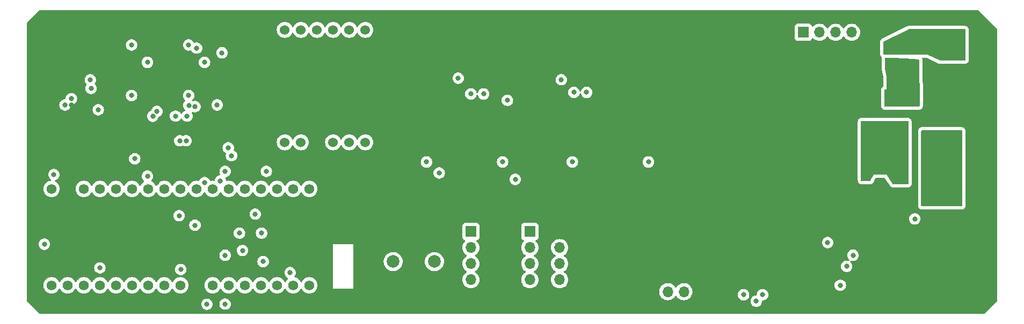
<source format=gbr>
%TF.GenerationSoftware,KiCad,Pcbnew,7.0.1-0*%
%TF.CreationDate,2023-09-22T11:11:22-04:00*%
%TF.ProjectId,Segway V7,53656777-6179-4205-9637-2e6b69636164,V1*%
%TF.SameCoordinates,Original*%
%TF.FileFunction,Copper,L2,Inr*%
%TF.FilePolarity,Positive*%
%FSLAX46Y46*%
G04 Gerber Fmt 4.6, Leading zero omitted, Abs format (unit mm)*
G04 Created by KiCad (PCBNEW 7.0.1-0) date 2023-09-22 11:11:22*
%MOMM*%
%LPD*%
G01*
G04 APERTURE LIST*
%TA.AperFunction,ComponentPad*%
%ADD10R,2.600000X2.600000*%
%TD*%
%TA.AperFunction,ComponentPad*%
%ADD11C,2.600000*%
%TD*%
%TA.AperFunction,ComponentPad*%
%ADD12C,7.500000*%
%TD*%
%TA.AperFunction,ComponentPad*%
%ADD13R,1.700000X1.700000*%
%TD*%
%TA.AperFunction,ComponentPad*%
%ADD14O,1.700000X1.700000*%
%TD*%
%TA.AperFunction,ComponentPad*%
%ADD15C,1.574800*%
%TD*%
%TA.AperFunction,ComponentPad*%
%ADD16R,1.473200X1.473200*%
%TD*%
%TA.AperFunction,ComponentPad*%
%ADD17C,2.000000*%
%TD*%
%TA.AperFunction,ComponentPad*%
%ADD18C,1.524000*%
%TD*%
%TA.AperFunction,ViaPad*%
%ADD19C,0.800000*%
%TD*%
G04 APERTURE END LIST*
D10*
%TO.N,/VBAT_IN*%
%TO.C,J10*%
X246000000Y-116080000D03*
D11*
%TO.N,GND*%
X246000000Y-111000000D03*
X246000000Y-105920000D03*
%TO.N,/VBAT_MOTOR*%
X246000000Y-100840000D03*
%TD*%
D12*
%TO.N,GND*%
%TO.C,REF\u002A\u002A*%
X109000000Y-117000000D03*
%TD*%
D13*
%TO.N,GND*%
%TO.C,J2*%
X199500000Y-139500000D03*
D14*
%TO.N,Net-(J2-Pin_2)*%
X202040000Y-139500000D03*
%TO.N,/BUCK_5V*%
X204580000Y-139500000D03*
%TD*%
D15*
%TO.N,/MOSI*%
%TO.C,U1*%
X104880000Y-138500000D03*
%TO.N,/MISO*%
X107420000Y-138500000D03*
%TO.N,/SCK*%
X109960000Y-138500000D03*
%TO.N,/TFT_D{slash}C*%
X112500000Y-138500000D03*
%TO.N,/SCL*%
X115040000Y-138500000D03*
%TO.N,/SDA*%
X117580000Y-138500000D03*
%TO.N,/WS2812*%
X120120000Y-138500000D03*
%TO.N,/BAT_READING*%
X122660000Y-138500000D03*
%TO.N,/RST*%
X125200000Y-138500000D03*
D16*
%TO.N,GND*%
X127740000Y-138500000D03*
D15*
%TO.N,/TX*%
X130280000Y-138500000D03*
%TO.N,/RX*%
X132820000Y-138500000D03*
%TO.N,/HALL_L_B*%
X135360000Y-138500000D03*
%TO.N,/DIR1*%
X137900000Y-138500000D03*
%TO.N,/DIR2*%
X140440000Y-138500000D03*
%TO.N,/PWM1*%
X142980000Y-138500000D03*
%TO.N,/PWM2*%
X145520000Y-138500000D03*
%TO.N,/IMU_CS*%
X145520000Y-123260000D03*
%TO.N,/IMU_INT*%
X142980000Y-123260000D03*
%TO.N,/IMU_RST*%
X140440000Y-123260000D03*
%TO.N,/HALL_R_B*%
X137900000Y-123260000D03*
%TO.N,/HALL_R_A*%
X135360000Y-123260000D03*
%TO.N,unconnected-(U1-LDO2_OUT-Pad12)*%
X132820000Y-123260000D03*
%TO.N,/TFT_RST*%
X130280000Y-123260000D03*
%TO.N,/HALL_L_A*%
X127740000Y-123260000D03*
%TO.N,/A4*%
X125200000Y-123260000D03*
%TO.N,/A3*%
X122660000Y-123260000D03*
%TO.N,/TFT_CS*%
X120120000Y-123260000D03*
%TO.N,/A1*%
X117580000Y-123260000D03*
%TO.N,/A0*%
X115040000Y-123260000D03*
%TO.N,+3.3V*%
X112500000Y-123260000D03*
%TO.N,+5V*%
X109960000Y-123260000D03*
D16*
%TO.N,GND*%
X107420000Y-123260000D03*
D15*
%TO.N,unconnected-(U1-VBAT-Pad1)*%
X104880000Y-123260000D03*
%TD*%
D13*
%TO.N,/DIR1*%
%TO.C,J8*%
X223420000Y-98500000D03*
D14*
%TO.N,/PWM1*%
X225960000Y-98500000D03*
%TO.N,/DIR2*%
X228500000Y-98500000D03*
%TO.N,/PWM2*%
X231040000Y-98500000D03*
%TO.N,GND*%
X233580000Y-98500000D03*
%TD*%
D13*
%TO.N,+3.3V*%
%TO.C,J3*%
X171000000Y-130000000D03*
D14*
X171000000Y-132540000D03*
X171000000Y-135080000D03*
X171000000Y-137620000D03*
%TD*%
D13*
%TO.N,GND*%
%TO.C,J7*%
X185000000Y-130000000D03*
D14*
%TO.N,+3.3V*%
X185000000Y-132540000D03*
%TO.N,/RX*%
X185000000Y-135080000D03*
%TO.N,/TX*%
X185000000Y-137620000D03*
%TD*%
D13*
%TO.N,GND*%
%TO.C,J4*%
X175650000Y-130000000D03*
D14*
X175650000Y-132540000D03*
X175650000Y-135080000D03*
X175650000Y-137620000D03*
%TD*%
D12*
%TO.N,GND*%
%TO.C,REF\u002A\u002A*%
X204000000Y-101000000D03*
%TD*%
D17*
%TO.N,/RST*%
%TO.C,SW3*%
X158750000Y-134750000D03*
X165250000Y-134750000D03*
%TO.N,GND*%
X158750000Y-139250000D03*
X165250000Y-139250000D03*
%TD*%
D18*
%TO.N,+3.3V*%
%TO.C,A1*%
X141650000Y-115890000D03*
%TO.N,unconnected-(A1-3Vo-Pad2)*%
X144190000Y-115890000D03*
%TO.N,GND*%
X146730000Y-115890000D03*
%TO.N,/SCK*%
X149270000Y-115890000D03*
%TO.N,/MISO*%
X151810000Y-115890000D03*
%TO.N,/IMU_INT*%
X154350000Y-115890000D03*
%TO.N,unconnected-(A1-BT-Pad7)*%
X141650000Y-98110000D03*
%TO.N,+3.3V*%
X144190000Y-98110000D03*
X146730000Y-98110000D03*
%TO.N,/IMU_RST*%
X149270000Y-98110000D03*
%TO.N,/MOSI*%
X151810000Y-98110000D03*
%TO.N,/IMU_CS*%
X154350000Y-98110000D03*
%TD*%
D13*
%TO.N,/BUCK_5V*%
%TO.C,J5*%
X180300000Y-130000000D03*
D14*
X180300000Y-132540000D03*
X180300000Y-135080000D03*
X180300000Y-137620000D03*
%TD*%
D12*
%TO.N,GND*%
%TO.C,REF\u002A\u002A*%
X162000000Y-126000000D03*
%TD*%
%TO.N,GND*%
%TO.C,REF\u002A\u002A*%
X247000000Y-138000000D03*
%TD*%
D19*
%TO.N,/VBAT_MOTOR_PRE*%
X237000000Y-105000000D03*
X241000000Y-104000000D03*
X240000000Y-104000000D03*
X241000000Y-108000000D03*
X241000000Y-109000000D03*
X240000000Y-109000000D03*
X240000000Y-108000000D03*
X241000000Y-107000000D03*
X240000000Y-107000000D03*
X239000000Y-107000000D03*
X238000000Y-107000000D03*
X238000000Y-106000000D03*
X239000000Y-106000000D03*
X240000000Y-106000000D03*
X241000000Y-106000000D03*
X241000000Y-105000000D03*
X240000000Y-105000000D03*
X239000000Y-105000000D03*
X238000000Y-105000000D03*
%TO.N,/VBAT_MOTOR*%
X247500000Y-102500000D03*
X248250000Y-101500000D03*
X248250000Y-99750000D03*
X247500000Y-98750000D03*
X244500000Y-98750000D03*
X244250000Y-102000000D03*
X243250000Y-101250000D03*
X243250000Y-100250000D03*
X243250000Y-99250000D03*
X242000000Y-99250000D03*
X242000000Y-100250000D03*
X242000000Y-101250000D03*
X240750000Y-101250000D03*
X240750000Y-100250000D03*
X240750000Y-99250000D03*
X239500000Y-99250000D03*
X239500000Y-100250000D03*
X239500000Y-101250000D03*
%TO.N,/VBAT*%
X239250000Y-119500000D03*
X239250000Y-118500000D03*
X239250000Y-117500000D03*
X239250000Y-116000000D03*
X239250000Y-114750000D03*
X239250000Y-113250000D03*
X236750000Y-119500000D03*
X236750000Y-120500000D03*
X235500000Y-120500000D03*
X235500000Y-119500000D03*
X234250000Y-119500000D03*
X233000000Y-119500000D03*
%TO.N,/VBAT_IN*%
X244000000Y-118000000D03*
X248000000Y-119000000D03*
X247000000Y-119000000D03*
X246000000Y-119000000D03*
X245000000Y-119000000D03*
X244000000Y-119000000D03*
X243000000Y-119000000D03*
X243000000Y-118000000D03*
X243000000Y-117000000D03*
X243000000Y-116000000D03*
X243000000Y-115000000D03*
%TO.N,GND*%
X238000000Y-127000000D03*
X236500000Y-126500000D03*
X235250000Y-126500000D03*
X235000000Y-132000000D03*
X234500000Y-133000000D03*
X233250000Y-133000000D03*
%TO.N,Net-(U3-SW)*%
X227250000Y-131750000D03*
%TO.N,GND*%
X232250000Y-138750000D03*
X232250000Y-137750000D03*
X232250000Y-136750000D03*
X231250000Y-138750000D03*
X231250000Y-137750000D03*
X231250000Y-136750000D03*
%TO.N,Net-(U3-SW)*%
X229250000Y-138500000D03*
%TO.N,+3.3V*%
X120000000Y-103250000D03*
X111000000Y-106000000D03*
X176000000Y-119000000D03*
X169000000Y-105750000D03*
X117500000Y-100500000D03*
X187000000Y-119000000D03*
X117500000Y-108500000D03*
X189250000Y-108000000D03*
X131000000Y-110000000D03*
X185250000Y-106000000D03*
X126500000Y-100500000D03*
X127500000Y-110250000D03*
X121500000Y-111000000D03*
X126500000Y-108500000D03*
X173000000Y-108250000D03*
X164000000Y-119000000D03*
X187250000Y-108000000D03*
X129000000Y-103250000D03*
X199000000Y-119000000D03*
X171000000Y-108250000D03*
X132750000Y-116750000D03*
X108000000Y-109000000D03*
%TO.N,GND*%
X125500000Y-107500000D03*
X194000000Y-119000000D03*
X121500000Y-122250000D03*
X200000000Y-136000000D03*
X248500000Y-128500000D03*
X224000000Y-137000000D03*
X205000000Y-119000000D03*
X182000000Y-119000000D03*
X108000000Y-110000000D03*
X116500000Y-107500000D03*
X213000000Y-128000000D03*
X209000000Y-138000000D03*
X171000000Y-119000000D03*
X132000000Y-114500000D03*
X231750000Y-106500000D03*
X215000000Y-128000000D03*
X233000000Y-124000000D03*
X201000000Y-135000000D03*
X183250000Y-106000000D03*
X167000000Y-105750000D03*
X241000000Y-97000000D03*
X125500000Y-99500000D03*
X116500000Y-99500000D03*
X120500000Y-113750000D03*
X231750000Y-107500000D03*
X120250000Y-135250000D03*
X217000000Y-128000000D03*
%TO.N,/SCK*%
X105250000Y-121000000D03*
X107000000Y-110000000D03*
X103750000Y-132000000D03*
%TO.N,/MISO*%
X112500000Y-135750000D03*
X138000000Y-130250000D03*
X135000000Y-133000000D03*
%TO.N,/MOSI*%
X112250000Y-110750000D03*
%TO.N,Net-(U3-SW)*%
X230250000Y-135500000D03*
%TO.N,/HALL_L_B*%
X132250000Y-133750000D03*
X134500000Y-130250000D03*
X137000000Y-127250000D03*
%TO.N,/HALL_R_A*%
X133250000Y-118000000D03*
X132250000Y-120500000D03*
X176750000Y-109250000D03*
%TO.N,/HALL_R_B*%
X138750000Y-120500000D03*
%TO.N,/SCL*%
X125000000Y-127500000D03*
X129000000Y-122250000D03*
%TO.N,/SDA*%
X127500000Y-129000000D03*
X131500000Y-122000000D03*
%TO.N,/TX*%
X132250000Y-141474500D03*
%TO.N,/RX*%
X129375000Y-141500000D03*
%TO.N,/A0*%
X166000000Y-120750000D03*
%TO.N,/A1*%
X178000000Y-121750000D03*
%TO.N,Net-(Q1-Pad2)*%
X216987701Y-139987701D03*
X214000000Y-140000000D03*
%TO.N,+5V*%
X216000000Y-141000000D03*
%TO.N,/SC0*%
X126521001Y-110048599D03*
X126237000Y-111750000D03*
%TO.N,/SD1*%
X124430812Y-111750000D03*
X120855003Y-111763534D03*
%TO.N,/SD2*%
X126093315Y-115650500D03*
X127750000Y-101000000D03*
%TO.N,/SC2*%
X125093812Y-115650500D03*
X131750000Y-101750000D03*
%TO.N,/RST*%
X142500000Y-136500000D03*
X138250000Y-134750000D03*
%TO.N,/VBAT_MCU*%
X125250000Y-136000000D03*
X241000000Y-128000000D03*
X231250000Y-133750000D03*
%TO.N,/TFT_RST*%
X111119622Y-107380378D03*
X120000000Y-121250000D03*
X118000000Y-118500000D03*
%TD*%
%TA.AperFunction,Conductor*%
%TO.N,/VBAT_MOTOR_PRE*%
G36*
X237482269Y-102537915D02*
G01*
X239496293Y-102599885D01*
X239503674Y-102600334D01*
X241587985Y-102789816D01*
X241644899Y-102809708D01*
X241685705Y-102854092D01*
X241700754Y-102912475D01*
X241749162Y-110125168D01*
X241732828Y-110187519D01*
X241687405Y-110233248D01*
X241625165Y-110250000D01*
X236324000Y-110250000D01*
X236262000Y-110233387D01*
X236216613Y-110188000D01*
X236200000Y-110126000D01*
X236200000Y-107624000D01*
X236216613Y-107562000D01*
X236262000Y-107516613D01*
X236324000Y-107500000D01*
X236500000Y-107500000D01*
X236500000Y-105500000D01*
X236252408Y-104262040D01*
X236250000Y-104237722D01*
X236250000Y-102627874D01*
X236267254Y-102564776D01*
X236314215Y-102519238D01*
X236377814Y-102503933D01*
X237482269Y-102537915D01*
G37*
%TD.AperFunction*%
%TD*%
%TA.AperFunction,Conductor*%
%TO.N,/VBAT*%
G36*
X239938000Y-112516613D02*
G01*
X239983387Y-112562000D01*
X240000000Y-112624000D01*
X240000000Y-122376000D01*
X239983387Y-122438000D01*
X239938000Y-122483387D01*
X239876000Y-122500000D01*
X237566363Y-122500000D01*
X237507853Y-122485328D01*
X237463189Y-122444783D01*
X236500000Y-121000000D01*
X234500000Y-121000000D01*
X234499999Y-121000000D01*
X234499998Y-121000001D01*
X234034273Y-121931454D01*
X233988555Y-121981481D01*
X233923364Y-122000000D01*
X232624000Y-122000000D01*
X232562000Y-121983387D01*
X232516613Y-121938000D01*
X232500000Y-121876000D01*
X232500000Y-112624000D01*
X232516613Y-112562000D01*
X232562000Y-112516613D01*
X232624000Y-112500000D01*
X239876000Y-112500000D01*
X239938000Y-112516613D01*
G37*
%TD.AperFunction*%
%TD*%
%TA.AperFunction,Conductor*%
%TO.N,/VBAT_MOTOR*%
G36*
X248938000Y-98016613D02*
G01*
X248983387Y-98062000D01*
X249000000Y-98124000D01*
X249000000Y-102876000D01*
X248983387Y-102938000D01*
X248938000Y-102983387D01*
X248876000Y-103000000D01*
X245029272Y-103000000D01*
X244973818Y-102986909D01*
X243000000Y-102000000D01*
X236438418Y-102000000D01*
X236434604Y-101999941D01*
X236393360Y-101998671D01*
X236386808Y-101999347D01*
X236374099Y-102000000D01*
X236124000Y-102000000D01*
X236062000Y-101983387D01*
X236016613Y-101938000D01*
X236000000Y-101876000D01*
X236000000Y-100076636D01*
X236018519Y-100011445D01*
X236068546Y-99965727D01*
X239973818Y-98013091D01*
X240029272Y-98000000D01*
X248876000Y-98000000D01*
X248938000Y-98016613D01*
G37*
%TD.AperFunction*%
%TD*%
%TA.AperFunction,Conductor*%
%TO.N,/VBAT_IN*%
G36*
X248438000Y-114016613D02*
G01*
X248483387Y-114062000D01*
X248500000Y-114124000D01*
X248500000Y-125876000D01*
X248483387Y-125938000D01*
X248438000Y-125983387D01*
X248376000Y-126000000D01*
X242124000Y-126000000D01*
X242062000Y-125983387D01*
X242016613Y-125938000D01*
X242000000Y-125876000D01*
X242000000Y-114124000D01*
X242016613Y-114062000D01*
X242062000Y-114016613D01*
X242124000Y-114000000D01*
X248376000Y-114000000D01*
X248438000Y-114016613D01*
G37*
%TD.AperFunction*%
%TD*%
%TA.AperFunction,Conductor*%
%TO.N,GND*%
G36*
X250996591Y-95009939D02*
G01*
X251036819Y-95036819D01*
X253963181Y-97963181D01*
X253990061Y-98003409D01*
X253999500Y-98050862D01*
X253999500Y-140949138D01*
X253990061Y-140996591D01*
X253963181Y-141036819D01*
X252036819Y-142963181D01*
X251996591Y-142990061D01*
X251949138Y-142999500D01*
X103050862Y-142999500D01*
X103003409Y-142990061D01*
X102963181Y-142963181D01*
X101500000Y-141500000D01*
X128469540Y-141500000D01*
X128489326Y-141688257D01*
X128547820Y-141868284D01*
X128642466Y-142032216D01*
X128769129Y-142172889D01*
X128922269Y-142284151D01*
X129095197Y-142361144D01*
X129280352Y-142400500D01*
X129280354Y-142400500D01*
X129469646Y-142400500D01*
X129469648Y-142400500D01*
X129593083Y-142374262D01*
X129654803Y-142361144D01*
X129827730Y-142284151D01*
X129980871Y-142172888D01*
X130107533Y-142032216D01*
X130202179Y-141868284D01*
X130260674Y-141688256D01*
X130280460Y-141500000D01*
X130277780Y-141474500D01*
X131344540Y-141474500D01*
X131364326Y-141662757D01*
X131422820Y-141842784D01*
X131517466Y-142006716D01*
X131644129Y-142147389D01*
X131797269Y-142258651D01*
X131970197Y-142335644D01*
X132155352Y-142375000D01*
X132155354Y-142375000D01*
X132344646Y-142375000D01*
X132344648Y-142375000D01*
X132468084Y-142348762D01*
X132529803Y-142335644D01*
X132702730Y-142258651D01*
X132855871Y-142147388D01*
X132982533Y-142006716D01*
X133077179Y-141842784D01*
X133135674Y-141662756D01*
X133155460Y-141474500D01*
X133135674Y-141286244D01*
X133077179Y-141106216D01*
X133077179Y-141106215D01*
X133015856Y-141000000D01*
X215094540Y-141000000D01*
X215114326Y-141188257D01*
X215172820Y-141368284D01*
X215267466Y-141532216D01*
X215394129Y-141672889D01*
X215547269Y-141784151D01*
X215720197Y-141861144D01*
X215905352Y-141900500D01*
X215905354Y-141900500D01*
X216094646Y-141900500D01*
X216094648Y-141900500D01*
X216218084Y-141874262D01*
X216279803Y-141861144D01*
X216452730Y-141784151D01*
X216452729Y-141784151D01*
X216605870Y-141672889D01*
X216732533Y-141532216D01*
X216827179Y-141368284D01*
X216845551Y-141311742D01*
X216885674Y-141188256D01*
X216905460Y-141000000D01*
X216905540Y-140999239D01*
X216926060Y-140942861D01*
X216970647Y-140902715D01*
X217028861Y-140888201D01*
X217082349Y-140888201D01*
X217235446Y-140855659D01*
X217267504Y-140848845D01*
X217440431Y-140771852D01*
X217575065Y-140674035D01*
X217593571Y-140660590D01*
X217613141Y-140638856D01*
X217720234Y-140519917D01*
X217814880Y-140355985D01*
X217873375Y-140175957D01*
X217893161Y-139987701D01*
X217873375Y-139799445D01*
X217814945Y-139619617D01*
X217814880Y-139619416D01*
X217720234Y-139455484D01*
X217593571Y-139314811D01*
X217440431Y-139203549D01*
X217267503Y-139126556D01*
X217082349Y-139087201D01*
X217082347Y-139087201D01*
X216893055Y-139087201D01*
X216893053Y-139087201D01*
X216707898Y-139126556D01*
X216534970Y-139203549D01*
X216381830Y-139314811D01*
X216255167Y-139455484D01*
X216160521Y-139619416D01*
X216102027Y-139799443D01*
X216082161Y-139988462D01*
X216061641Y-140044840D01*
X216017054Y-140084986D01*
X215958840Y-140099500D01*
X215905352Y-140099500D01*
X215720197Y-140138855D01*
X215547269Y-140215848D01*
X215394129Y-140327110D01*
X215267466Y-140467783D01*
X215172820Y-140631715D01*
X215114326Y-140811742D01*
X215094540Y-141000000D01*
X133015856Y-141000000D01*
X132982533Y-140942283D01*
X132855870Y-140801610D01*
X132702730Y-140690348D01*
X132529802Y-140613355D01*
X132344648Y-140574000D01*
X132344646Y-140574000D01*
X132155354Y-140574000D01*
X132155352Y-140574000D01*
X131970197Y-140613355D01*
X131797269Y-140690348D01*
X131644129Y-140801610D01*
X131517466Y-140942283D01*
X131422820Y-141106215D01*
X131364326Y-141286242D01*
X131344540Y-141474500D01*
X130277780Y-141474500D01*
X130260674Y-141311744D01*
X130230332Y-141218363D01*
X130202179Y-141131715D01*
X130107533Y-140967783D01*
X129980870Y-140827110D01*
X129827730Y-140715848D01*
X129654802Y-140638855D01*
X129469648Y-140599500D01*
X129469646Y-140599500D01*
X129280354Y-140599500D01*
X129280352Y-140599500D01*
X129095197Y-140638855D01*
X128922269Y-140715848D01*
X128769129Y-140827110D01*
X128642466Y-140967783D01*
X128547820Y-141131715D01*
X128489326Y-141311742D01*
X128469540Y-141500000D01*
X101500000Y-141500000D01*
X101036819Y-141036819D01*
X101009939Y-140996591D01*
X101000500Y-140949138D01*
X101000500Y-138500000D01*
X103587179Y-138500000D01*
X103606820Y-138724493D01*
X103606821Y-138724496D01*
X103641260Y-138853025D01*
X103665148Y-138942173D01*
X103760382Y-139146406D01*
X103760385Y-139146410D01*
X103889642Y-139331009D01*
X104048991Y-139490358D01*
X104233306Y-139619416D01*
X104233593Y-139619617D01*
X104400418Y-139697407D01*
X104437830Y-139714853D01*
X104655504Y-139773179D01*
X104880000Y-139792820D01*
X105104496Y-139773179D01*
X105322170Y-139714853D01*
X105526410Y-139619615D01*
X105711009Y-139490358D01*
X105870358Y-139331009D01*
X105999615Y-139146410D01*
X106037617Y-139064912D01*
X106083374Y-139012737D01*
X106150000Y-138993317D01*
X106216626Y-139012737D01*
X106262382Y-139064912D01*
X106300385Y-139146410D01*
X106429642Y-139331009D01*
X106588991Y-139490358D01*
X106773306Y-139619416D01*
X106773593Y-139619617D01*
X106940418Y-139697407D01*
X106977830Y-139714853D01*
X107195504Y-139773179D01*
X107420000Y-139792820D01*
X107644496Y-139773179D01*
X107862170Y-139714853D01*
X108066410Y-139619615D01*
X108251009Y-139490358D01*
X108410358Y-139331009D01*
X108539615Y-139146410D01*
X108577617Y-139064912D01*
X108623374Y-139012737D01*
X108690000Y-138993317D01*
X108756626Y-139012737D01*
X108802382Y-139064912D01*
X108840385Y-139146410D01*
X108969642Y-139331009D01*
X109128991Y-139490358D01*
X109313306Y-139619416D01*
X109313593Y-139619617D01*
X109480418Y-139697407D01*
X109517830Y-139714853D01*
X109735504Y-139773179D01*
X109960000Y-139792820D01*
X110184496Y-139773179D01*
X110402170Y-139714853D01*
X110606410Y-139619615D01*
X110791009Y-139490358D01*
X110950358Y-139331009D01*
X111079615Y-139146410D01*
X111117617Y-139064912D01*
X111163374Y-139012737D01*
X111230000Y-138993317D01*
X111296626Y-139012737D01*
X111342382Y-139064912D01*
X111380385Y-139146410D01*
X111509642Y-139331009D01*
X111668991Y-139490358D01*
X111853306Y-139619416D01*
X111853593Y-139619617D01*
X112020418Y-139697407D01*
X112057830Y-139714853D01*
X112275504Y-139773179D01*
X112500000Y-139792820D01*
X112724496Y-139773179D01*
X112942170Y-139714853D01*
X113146410Y-139619615D01*
X113331009Y-139490358D01*
X113490358Y-139331009D01*
X113619615Y-139146410D01*
X113657617Y-139064912D01*
X113703374Y-139012737D01*
X113770000Y-138993317D01*
X113836626Y-139012737D01*
X113882382Y-139064912D01*
X113920385Y-139146410D01*
X114049642Y-139331009D01*
X114208991Y-139490358D01*
X114393306Y-139619416D01*
X114393593Y-139619617D01*
X114560418Y-139697407D01*
X114597830Y-139714853D01*
X114815504Y-139773179D01*
X115040000Y-139792820D01*
X115264496Y-139773179D01*
X115482170Y-139714853D01*
X115686410Y-139619615D01*
X115871009Y-139490358D01*
X116030358Y-139331009D01*
X116159615Y-139146410D01*
X116197617Y-139064912D01*
X116243374Y-139012737D01*
X116310000Y-138993317D01*
X116376626Y-139012737D01*
X116422382Y-139064912D01*
X116460385Y-139146410D01*
X116589642Y-139331009D01*
X116748991Y-139490358D01*
X116933306Y-139619416D01*
X116933593Y-139619617D01*
X117100418Y-139697407D01*
X117137830Y-139714853D01*
X117355504Y-139773179D01*
X117580000Y-139792820D01*
X117804496Y-139773179D01*
X118022170Y-139714853D01*
X118226410Y-139619615D01*
X118411009Y-139490358D01*
X118570358Y-139331009D01*
X118699615Y-139146410D01*
X118737617Y-139064912D01*
X118783374Y-139012737D01*
X118850000Y-138993317D01*
X118916626Y-139012737D01*
X118962382Y-139064912D01*
X119000385Y-139146410D01*
X119129642Y-139331009D01*
X119288991Y-139490358D01*
X119473306Y-139619416D01*
X119473593Y-139619617D01*
X119640418Y-139697407D01*
X119677830Y-139714853D01*
X119895504Y-139773179D01*
X120120000Y-139792820D01*
X120344496Y-139773179D01*
X120562170Y-139714853D01*
X120766410Y-139619615D01*
X120951009Y-139490358D01*
X121110358Y-139331009D01*
X121239615Y-139146410D01*
X121277617Y-139064912D01*
X121323374Y-139012737D01*
X121390000Y-138993317D01*
X121456626Y-139012737D01*
X121502382Y-139064912D01*
X121540385Y-139146410D01*
X121669642Y-139331009D01*
X121828991Y-139490358D01*
X122013306Y-139619416D01*
X122013593Y-139619617D01*
X122180418Y-139697407D01*
X122217830Y-139714853D01*
X122435504Y-139773179D01*
X122660000Y-139792820D01*
X122884496Y-139773179D01*
X123102170Y-139714853D01*
X123306410Y-139619615D01*
X123491009Y-139490358D01*
X123650358Y-139331009D01*
X123779615Y-139146410D01*
X123817617Y-139064912D01*
X123863374Y-139012737D01*
X123930000Y-138993317D01*
X123996626Y-139012737D01*
X124042382Y-139064912D01*
X124080385Y-139146410D01*
X124209642Y-139331009D01*
X124368991Y-139490358D01*
X124553306Y-139619416D01*
X124553593Y-139619617D01*
X124720418Y-139697407D01*
X124757830Y-139714853D01*
X124975504Y-139773179D01*
X125200000Y-139792820D01*
X125424496Y-139773179D01*
X125642170Y-139714853D01*
X125846410Y-139619615D01*
X126031009Y-139490358D01*
X126190358Y-139331009D01*
X126319615Y-139146410D01*
X126323138Y-139138856D01*
X126357617Y-139064913D01*
X126414853Y-138942170D01*
X126473179Y-138724496D01*
X126492820Y-138500000D01*
X126492820Y-138499999D01*
X128987179Y-138499999D01*
X129006820Y-138724493D01*
X129006821Y-138724496D01*
X129041260Y-138853025D01*
X129065148Y-138942173D01*
X129160382Y-139146406D01*
X129160385Y-139146410D01*
X129289642Y-139331009D01*
X129448991Y-139490358D01*
X129633306Y-139619416D01*
X129633593Y-139619617D01*
X129800418Y-139697407D01*
X129837830Y-139714853D01*
X130055504Y-139773179D01*
X130280000Y-139792820D01*
X130504496Y-139773179D01*
X130722170Y-139714853D01*
X130926410Y-139619615D01*
X131111009Y-139490358D01*
X131270358Y-139331009D01*
X131399615Y-139146410D01*
X131437617Y-139064912D01*
X131483374Y-139012737D01*
X131550000Y-138993317D01*
X131616626Y-139012737D01*
X131662382Y-139064912D01*
X131700385Y-139146410D01*
X131829642Y-139331009D01*
X131988991Y-139490358D01*
X132173306Y-139619416D01*
X132173593Y-139619617D01*
X132340418Y-139697407D01*
X132377830Y-139714853D01*
X132595504Y-139773179D01*
X132820000Y-139792820D01*
X133044496Y-139773179D01*
X133262170Y-139714853D01*
X133466410Y-139619615D01*
X133651009Y-139490358D01*
X133810358Y-139331009D01*
X133939615Y-139146410D01*
X133977617Y-139064912D01*
X134023374Y-139012737D01*
X134090000Y-138993317D01*
X134156626Y-139012737D01*
X134202382Y-139064912D01*
X134240385Y-139146410D01*
X134369642Y-139331009D01*
X134528991Y-139490358D01*
X134713306Y-139619416D01*
X134713593Y-139619617D01*
X134880418Y-139697407D01*
X134917830Y-139714853D01*
X135135504Y-139773179D01*
X135360000Y-139792820D01*
X135584496Y-139773179D01*
X135802170Y-139714853D01*
X136006410Y-139619615D01*
X136191009Y-139490358D01*
X136350358Y-139331009D01*
X136479615Y-139146410D01*
X136517617Y-139064912D01*
X136563374Y-139012737D01*
X136630000Y-138993317D01*
X136696626Y-139012737D01*
X136742382Y-139064912D01*
X136780385Y-139146410D01*
X136909642Y-139331009D01*
X137068991Y-139490358D01*
X137253306Y-139619416D01*
X137253593Y-139619617D01*
X137420418Y-139697407D01*
X137457830Y-139714853D01*
X137675504Y-139773179D01*
X137900000Y-139792820D01*
X138124496Y-139773179D01*
X138342170Y-139714853D01*
X138546410Y-139619615D01*
X138731009Y-139490358D01*
X138890358Y-139331009D01*
X139019615Y-139146410D01*
X139057617Y-139064912D01*
X139103374Y-139012737D01*
X139170000Y-138993317D01*
X139236626Y-139012737D01*
X139282382Y-139064912D01*
X139320385Y-139146410D01*
X139449642Y-139331009D01*
X139608991Y-139490358D01*
X139793306Y-139619416D01*
X139793593Y-139619617D01*
X139960418Y-139697407D01*
X139997830Y-139714853D01*
X140215504Y-139773179D01*
X140440000Y-139792820D01*
X140664496Y-139773179D01*
X140882170Y-139714853D01*
X141086410Y-139619615D01*
X141271009Y-139490358D01*
X141430358Y-139331009D01*
X141559615Y-139146410D01*
X141597617Y-139064912D01*
X141643374Y-139012737D01*
X141710000Y-138993317D01*
X141776626Y-139012737D01*
X141822382Y-139064912D01*
X141860385Y-139146410D01*
X141989642Y-139331009D01*
X142148991Y-139490358D01*
X142333306Y-139619416D01*
X142333593Y-139619617D01*
X142500418Y-139697407D01*
X142537830Y-139714853D01*
X142755504Y-139773179D01*
X142980000Y-139792820D01*
X143204496Y-139773179D01*
X143422170Y-139714853D01*
X143626410Y-139619615D01*
X143811009Y-139490358D01*
X143970358Y-139331009D01*
X144099615Y-139146410D01*
X144137617Y-139064912D01*
X144183374Y-139012737D01*
X144250000Y-138993317D01*
X144316626Y-139012737D01*
X144362382Y-139064912D01*
X144400385Y-139146410D01*
X144529642Y-139331009D01*
X144688991Y-139490358D01*
X144873306Y-139619416D01*
X144873593Y-139619617D01*
X145040418Y-139697407D01*
X145077830Y-139714853D01*
X145295504Y-139773179D01*
X145520000Y-139792820D01*
X145744496Y-139773179D01*
X145962170Y-139714853D01*
X146166410Y-139619615D01*
X146337239Y-139500000D01*
X200684340Y-139500000D01*
X200704936Y-139735407D01*
X200722095Y-139799445D01*
X200766097Y-139963663D01*
X200865965Y-140177830D01*
X201001505Y-140371401D01*
X201168599Y-140538495D01*
X201362170Y-140674035D01*
X201576337Y-140773903D01*
X201804591Y-140835062D01*
X201804592Y-140835063D01*
X202039999Y-140855659D01*
X202039999Y-140855658D01*
X202040000Y-140855659D01*
X202275408Y-140835063D01*
X202503663Y-140773903D01*
X202717830Y-140674035D01*
X202911401Y-140538495D01*
X203078495Y-140371401D01*
X203208426Y-140185839D01*
X203252743Y-140146975D01*
X203310000Y-140132964D01*
X203367257Y-140146975D01*
X203411573Y-140185839D01*
X203541505Y-140371401D01*
X203708599Y-140538495D01*
X203902170Y-140674035D01*
X204116337Y-140773903D01*
X204344591Y-140835062D01*
X204344592Y-140835063D01*
X204579999Y-140855659D01*
X204579999Y-140855658D01*
X204580000Y-140855659D01*
X204815408Y-140835063D01*
X205043663Y-140773903D01*
X205257830Y-140674035D01*
X205451401Y-140538495D01*
X205618495Y-140371401D01*
X205754035Y-140177830D01*
X205836959Y-139999999D01*
X213094540Y-139999999D01*
X213114326Y-140188257D01*
X213172820Y-140368284D01*
X213267466Y-140532216D01*
X213394129Y-140672889D01*
X213547269Y-140784151D01*
X213720197Y-140861144D01*
X213905352Y-140900500D01*
X213905354Y-140900500D01*
X214094646Y-140900500D01*
X214094648Y-140900500D01*
X214218084Y-140874262D01*
X214279803Y-140861144D01*
X214452730Y-140784151D01*
X214546740Y-140715849D01*
X214605870Y-140672889D01*
X214636515Y-140638855D01*
X214732533Y-140532216D01*
X214827179Y-140368284D01*
X214885674Y-140188256D01*
X214905460Y-140000000D01*
X214885674Y-139811744D01*
X214827179Y-139631716D01*
X214827179Y-139631715D01*
X214732533Y-139467783D01*
X214605870Y-139327110D01*
X214452730Y-139215848D01*
X214279802Y-139138855D01*
X214094648Y-139099500D01*
X214094646Y-139099500D01*
X213905354Y-139099500D01*
X213905352Y-139099500D01*
X213720197Y-139138855D01*
X213547269Y-139215848D01*
X213394129Y-139327110D01*
X213267466Y-139467783D01*
X213172820Y-139631715D01*
X213114326Y-139811742D01*
X213094540Y-139999999D01*
X205836959Y-139999999D01*
X205853903Y-139963663D01*
X205915063Y-139735408D01*
X205935659Y-139500000D01*
X205915063Y-139264592D01*
X205853903Y-139036337D01*
X205754035Y-138822171D01*
X205618495Y-138628599D01*
X205489896Y-138500000D01*
X228344540Y-138500000D01*
X228364326Y-138688257D01*
X228422820Y-138868284D01*
X228517466Y-139032216D01*
X228644129Y-139172889D01*
X228797269Y-139284151D01*
X228970197Y-139361144D01*
X229155352Y-139400500D01*
X229155354Y-139400500D01*
X229344646Y-139400500D01*
X229344648Y-139400500D01*
X229468083Y-139374262D01*
X229529803Y-139361144D01*
X229702730Y-139284151D01*
X229796740Y-139215849D01*
X229855870Y-139172889D01*
X229879716Y-139146406D01*
X229982533Y-139032216D01*
X230077179Y-138868284D01*
X230135674Y-138688256D01*
X230155460Y-138500000D01*
X230135674Y-138311744D01*
X230077179Y-138131716D01*
X230077179Y-138131715D01*
X229982533Y-137967783D01*
X229855870Y-137827110D01*
X229702730Y-137715848D01*
X229529802Y-137638855D01*
X229344648Y-137599500D01*
X229344646Y-137599500D01*
X229155354Y-137599500D01*
X229155352Y-137599500D01*
X228970197Y-137638855D01*
X228797269Y-137715848D01*
X228644129Y-137827110D01*
X228517466Y-137967783D01*
X228422820Y-138131715D01*
X228364326Y-138311742D01*
X228344540Y-138500000D01*
X205489896Y-138500000D01*
X205451401Y-138461505D01*
X205257830Y-138325965D01*
X205043663Y-138226097D01*
X204982502Y-138209709D01*
X204815407Y-138164936D01*
X204580000Y-138144340D01*
X204344592Y-138164936D01*
X204116336Y-138226097D01*
X203902170Y-138325965D01*
X203708598Y-138461505D01*
X203541505Y-138628598D01*
X203411575Y-138814159D01*
X203367257Y-138853025D01*
X203310000Y-138867036D01*
X203252743Y-138853025D01*
X203208425Y-138814159D01*
X203153950Y-138736360D01*
X203078495Y-138628599D01*
X202911401Y-138461505D01*
X202717830Y-138325965D01*
X202503663Y-138226097D01*
X202442502Y-138209709D01*
X202275407Y-138164936D01*
X202040000Y-138144340D01*
X201804592Y-138164936D01*
X201576336Y-138226097D01*
X201362170Y-138325965D01*
X201168598Y-138461505D01*
X201001505Y-138628598D01*
X200865965Y-138822170D01*
X200766097Y-139036336D01*
X200704936Y-139264592D01*
X200684340Y-139500000D01*
X146337239Y-139500000D01*
X146351009Y-139490358D01*
X146510358Y-139331009D01*
X146639615Y-139146410D01*
X146643138Y-139138856D01*
X146677617Y-139064913D01*
X146734853Y-138942170D01*
X146793179Y-138724496D01*
X146812820Y-138500000D01*
X146793179Y-138275504D01*
X146734853Y-138057830D01*
X146717407Y-138020418D01*
X146639617Y-137853593D01*
X146621075Y-137827112D01*
X146510358Y-137668991D01*
X146351009Y-137509642D01*
X146166410Y-137380385D01*
X146166406Y-137380382D01*
X145962173Y-137285148D01*
X145962170Y-137285147D01*
X145821372Y-137247420D01*
X145744493Y-137226820D01*
X145519999Y-137207179D01*
X145295506Y-137226820D01*
X145077826Y-137285148D01*
X144873593Y-137380382D01*
X144688987Y-137509645D01*
X144529645Y-137668987D01*
X144400381Y-137853593D01*
X144362382Y-137935086D01*
X144316625Y-137987262D01*
X144250000Y-138006682D01*
X144183375Y-137987262D01*
X144137618Y-137935086D01*
X144099618Y-137853593D01*
X144003167Y-137715848D01*
X143970358Y-137668991D01*
X143811009Y-137509642D01*
X143626410Y-137380385D01*
X143626406Y-137380382D01*
X143422173Y-137285148D01*
X143422170Y-137285147D01*
X143281372Y-137247420D01*
X143226939Y-137216465D01*
X143194572Y-137162861D01*
X143192524Y-137100276D01*
X143221319Y-137044670D01*
X143232533Y-137032216D01*
X143327179Y-136868284D01*
X143385674Y-136688256D01*
X143405460Y-136500000D01*
X143385674Y-136311744D01*
X143352475Y-136209570D01*
X143327179Y-136131715D01*
X143232533Y-135967783D01*
X143105870Y-135827110D01*
X142952730Y-135715848D01*
X142779802Y-135638855D01*
X142594648Y-135599500D01*
X142594646Y-135599500D01*
X142405354Y-135599500D01*
X142405352Y-135599500D01*
X142220197Y-135638855D01*
X142047269Y-135715848D01*
X141894129Y-135827110D01*
X141767466Y-135967783D01*
X141672820Y-136131715D01*
X141614326Y-136311742D01*
X141594540Y-136499999D01*
X141614326Y-136688257D01*
X141672820Y-136868284D01*
X141767466Y-137032216D01*
X141894129Y-137172889D01*
X142047269Y-137284151D01*
X142108855Y-137311572D01*
X142155799Y-137348084D01*
X142180343Y-137402254D01*
X142176841Y-137461622D01*
X142146101Y-137512532D01*
X141989642Y-137668991D01*
X141860381Y-137853593D01*
X141822382Y-137935086D01*
X141776625Y-137987262D01*
X141710000Y-138006682D01*
X141643375Y-137987262D01*
X141597618Y-137935086D01*
X141559618Y-137853593D01*
X141463167Y-137715848D01*
X141430358Y-137668991D01*
X141271009Y-137509642D01*
X141086410Y-137380385D01*
X141086406Y-137380382D01*
X140882173Y-137285148D01*
X140882170Y-137285147D01*
X140741372Y-137247420D01*
X140664493Y-137226820D01*
X140439999Y-137207179D01*
X140215506Y-137226820D01*
X139997826Y-137285148D01*
X139793593Y-137380382D01*
X139608987Y-137509645D01*
X139449645Y-137668987D01*
X139320381Y-137853593D01*
X139282382Y-137935086D01*
X139236625Y-137987262D01*
X139170000Y-138006682D01*
X139103375Y-137987262D01*
X139057618Y-137935086D01*
X139019618Y-137853593D01*
X138923167Y-137715848D01*
X138890358Y-137668991D01*
X138731009Y-137509642D01*
X138546410Y-137380385D01*
X138546406Y-137380382D01*
X138342173Y-137285148D01*
X138342170Y-137285147D01*
X138201372Y-137247420D01*
X138124493Y-137226820D01*
X137899999Y-137207179D01*
X137675506Y-137226820D01*
X137457826Y-137285148D01*
X137253593Y-137380382D01*
X137068987Y-137509645D01*
X136909645Y-137668987D01*
X136780381Y-137853593D01*
X136742382Y-137935086D01*
X136696625Y-137987262D01*
X136630000Y-138006682D01*
X136563375Y-137987262D01*
X136517618Y-137935086D01*
X136479618Y-137853593D01*
X136383167Y-137715848D01*
X136350358Y-137668991D01*
X136191009Y-137509642D01*
X136006410Y-137380385D01*
X136006406Y-137380382D01*
X135802173Y-137285148D01*
X135802170Y-137285147D01*
X135661372Y-137247420D01*
X135584493Y-137226820D01*
X135359999Y-137207179D01*
X135135506Y-137226820D01*
X134917826Y-137285148D01*
X134713593Y-137380382D01*
X134528987Y-137509645D01*
X134369645Y-137668987D01*
X134240381Y-137853593D01*
X134202382Y-137935086D01*
X134156625Y-137987262D01*
X134090000Y-138006682D01*
X134023375Y-137987262D01*
X133977618Y-137935086D01*
X133939618Y-137853593D01*
X133843167Y-137715848D01*
X133810358Y-137668991D01*
X133651009Y-137509642D01*
X133466410Y-137380385D01*
X133466406Y-137380382D01*
X133262173Y-137285148D01*
X133262170Y-137285147D01*
X133121372Y-137247420D01*
X133044493Y-137226820D01*
X132819999Y-137207179D01*
X132595506Y-137226820D01*
X132377826Y-137285148D01*
X132173593Y-137380382D01*
X131988987Y-137509645D01*
X131829645Y-137668987D01*
X131700381Y-137853593D01*
X131662382Y-137935086D01*
X131616625Y-137987262D01*
X131550000Y-138006682D01*
X131483375Y-137987262D01*
X131437618Y-137935086D01*
X131399618Y-137853593D01*
X131303167Y-137715848D01*
X131270358Y-137668991D01*
X131111009Y-137509642D01*
X130926410Y-137380385D01*
X130926406Y-137380382D01*
X130722173Y-137285148D01*
X130722170Y-137285147D01*
X130581372Y-137247420D01*
X130504493Y-137226820D01*
X130279999Y-137207179D01*
X130055506Y-137226820D01*
X129837826Y-137285148D01*
X129633593Y-137380382D01*
X129448987Y-137509645D01*
X129289645Y-137668987D01*
X129160382Y-137853593D01*
X129065148Y-138057826D01*
X129006820Y-138275506D01*
X128987179Y-138499999D01*
X126492820Y-138499999D01*
X126473179Y-138275504D01*
X126414853Y-138057830D01*
X126397407Y-138020418D01*
X126319617Y-137853593D01*
X126301075Y-137827112D01*
X126190358Y-137668991D01*
X126031009Y-137509642D01*
X125846410Y-137380385D01*
X125846406Y-137380382D01*
X125642173Y-137285148D01*
X125642170Y-137285147D01*
X125501372Y-137247420D01*
X125424493Y-137226820D01*
X125199999Y-137207179D01*
X124975506Y-137226820D01*
X124757826Y-137285148D01*
X124553593Y-137380382D01*
X124368987Y-137509645D01*
X124209645Y-137668987D01*
X124080381Y-137853593D01*
X124042382Y-137935086D01*
X123996625Y-137987262D01*
X123930000Y-138006682D01*
X123863375Y-137987262D01*
X123817618Y-137935086D01*
X123779618Y-137853593D01*
X123683167Y-137715848D01*
X123650358Y-137668991D01*
X123491009Y-137509642D01*
X123306410Y-137380385D01*
X123306406Y-137380382D01*
X123102173Y-137285148D01*
X123102170Y-137285147D01*
X122961372Y-137247420D01*
X122884493Y-137226820D01*
X122659999Y-137207179D01*
X122435506Y-137226820D01*
X122217826Y-137285148D01*
X122013593Y-137380382D01*
X121828987Y-137509645D01*
X121669645Y-137668987D01*
X121540381Y-137853593D01*
X121502382Y-137935086D01*
X121456625Y-137987262D01*
X121390000Y-138006682D01*
X121323375Y-137987262D01*
X121277618Y-137935086D01*
X121239618Y-137853593D01*
X121143167Y-137715848D01*
X121110358Y-137668991D01*
X120951009Y-137509642D01*
X120766410Y-137380385D01*
X120766406Y-137380382D01*
X120562173Y-137285148D01*
X120562170Y-137285147D01*
X120421372Y-137247420D01*
X120344493Y-137226820D01*
X120119999Y-137207179D01*
X119895506Y-137226820D01*
X119677826Y-137285148D01*
X119473593Y-137380382D01*
X119288987Y-137509645D01*
X119129645Y-137668987D01*
X119000381Y-137853593D01*
X118962382Y-137935086D01*
X118916625Y-137987262D01*
X118850000Y-138006682D01*
X118783375Y-137987262D01*
X118737618Y-137935086D01*
X118699618Y-137853593D01*
X118603167Y-137715848D01*
X118570358Y-137668991D01*
X118411009Y-137509642D01*
X118226410Y-137380385D01*
X118226406Y-137380382D01*
X118022173Y-137285148D01*
X118022170Y-137285147D01*
X117881372Y-137247420D01*
X117804493Y-137226820D01*
X117579999Y-137207179D01*
X117355506Y-137226820D01*
X117137826Y-137285148D01*
X116933593Y-137380382D01*
X116748987Y-137509645D01*
X116589645Y-137668987D01*
X116460381Y-137853593D01*
X116422382Y-137935086D01*
X116376625Y-137987262D01*
X116310000Y-138006682D01*
X116243375Y-137987262D01*
X116197618Y-137935086D01*
X116159618Y-137853593D01*
X116063167Y-137715848D01*
X116030358Y-137668991D01*
X115871009Y-137509642D01*
X115686410Y-137380385D01*
X115686406Y-137380382D01*
X115482173Y-137285148D01*
X115482170Y-137285147D01*
X115341372Y-137247420D01*
X115264493Y-137226820D01*
X115039999Y-137207179D01*
X114815506Y-137226820D01*
X114597826Y-137285148D01*
X114393593Y-137380382D01*
X114208987Y-137509645D01*
X114049645Y-137668987D01*
X113920381Y-137853593D01*
X113882382Y-137935086D01*
X113836625Y-137987262D01*
X113770000Y-138006682D01*
X113703375Y-137987262D01*
X113657618Y-137935086D01*
X113619618Y-137853593D01*
X113523167Y-137715848D01*
X113490358Y-137668991D01*
X113331009Y-137509642D01*
X113146410Y-137380385D01*
X113146406Y-137380382D01*
X112942173Y-137285148D01*
X112942170Y-137285147D01*
X112801372Y-137247420D01*
X112724493Y-137226820D01*
X112499999Y-137207179D01*
X112275506Y-137226820D01*
X112057826Y-137285148D01*
X111853593Y-137380382D01*
X111668987Y-137509645D01*
X111509645Y-137668987D01*
X111380381Y-137853593D01*
X111342382Y-137935086D01*
X111296625Y-137987262D01*
X111230000Y-138006682D01*
X111163375Y-137987262D01*
X111117618Y-137935086D01*
X111079618Y-137853593D01*
X110983167Y-137715848D01*
X110950358Y-137668991D01*
X110791009Y-137509642D01*
X110606410Y-137380385D01*
X110606406Y-137380382D01*
X110402173Y-137285148D01*
X110402170Y-137285147D01*
X110261372Y-137247420D01*
X110184493Y-137226820D01*
X109959999Y-137207179D01*
X109735506Y-137226820D01*
X109517826Y-137285148D01*
X109313593Y-137380382D01*
X109128987Y-137509645D01*
X108969645Y-137668987D01*
X108840381Y-137853593D01*
X108802382Y-137935086D01*
X108756625Y-137987262D01*
X108690000Y-138006682D01*
X108623375Y-137987262D01*
X108577618Y-137935086D01*
X108539618Y-137853593D01*
X108443167Y-137715848D01*
X108410358Y-137668991D01*
X108251009Y-137509642D01*
X108066410Y-137380385D01*
X108066406Y-137380382D01*
X107862173Y-137285148D01*
X107862170Y-137285147D01*
X107721372Y-137247420D01*
X107644493Y-137226820D01*
X107419999Y-137207179D01*
X107195506Y-137226820D01*
X106977826Y-137285148D01*
X106773593Y-137380382D01*
X106588987Y-137509645D01*
X106429645Y-137668987D01*
X106300381Y-137853593D01*
X106262382Y-137935086D01*
X106216625Y-137987262D01*
X106150000Y-138006682D01*
X106083375Y-137987262D01*
X106037618Y-137935086D01*
X105999618Y-137853593D01*
X105903167Y-137715848D01*
X105870358Y-137668991D01*
X105711009Y-137509642D01*
X105526410Y-137380385D01*
X105526406Y-137380382D01*
X105322173Y-137285148D01*
X105322170Y-137285147D01*
X105181372Y-137247420D01*
X105104493Y-137226820D01*
X104879999Y-137207179D01*
X104655506Y-137226820D01*
X104437826Y-137285148D01*
X104233593Y-137380382D01*
X104048987Y-137509645D01*
X103889645Y-137668987D01*
X103760382Y-137853593D01*
X103665148Y-138057826D01*
X103606820Y-138275506D01*
X103587179Y-138500000D01*
X101000500Y-138500000D01*
X101000500Y-135749999D01*
X111594540Y-135749999D01*
X111614326Y-135938257D01*
X111672820Y-136118284D01*
X111767466Y-136282216D01*
X111894129Y-136422889D01*
X112047269Y-136534151D01*
X112220197Y-136611144D01*
X112405352Y-136650500D01*
X112405354Y-136650500D01*
X112594646Y-136650500D01*
X112594648Y-136650500D01*
X112718083Y-136624262D01*
X112779803Y-136611144D01*
X112952730Y-136534151D01*
X112999735Y-136500000D01*
X113105870Y-136422889D01*
X113232533Y-136282216D01*
X113327179Y-136118284D01*
X113355144Y-136032216D01*
X113365612Y-136000000D01*
X124344540Y-136000000D01*
X124345641Y-136010474D01*
X124364326Y-136188257D01*
X124422820Y-136368284D01*
X124517466Y-136532216D01*
X124644129Y-136672889D01*
X124797269Y-136784151D01*
X124970197Y-136861144D01*
X125155352Y-136900500D01*
X125155354Y-136900500D01*
X125344646Y-136900500D01*
X125344648Y-136900500D01*
X125468084Y-136874262D01*
X125529803Y-136861144D01*
X125702730Y-136784151D01*
X125751665Y-136748598D01*
X125855870Y-136672889D01*
X125982533Y-136532216D01*
X126077179Y-136368284D01*
X126101724Y-136292743D01*
X126135674Y-136188256D01*
X126155460Y-136000000D01*
X126135674Y-135811744D01*
X126104515Y-135715848D01*
X126077179Y-135631715D01*
X125982533Y-135467783D01*
X125855870Y-135327110D01*
X125702730Y-135215848D01*
X125529802Y-135138855D01*
X125344648Y-135099500D01*
X125344646Y-135099500D01*
X125155354Y-135099500D01*
X125155352Y-135099500D01*
X124970197Y-135138855D01*
X124797269Y-135215848D01*
X124644129Y-135327110D01*
X124517466Y-135467783D01*
X124422820Y-135631715D01*
X124364326Y-135811742D01*
X124347926Y-135967783D01*
X124344540Y-136000000D01*
X113365612Y-136000000D01*
X113385674Y-135938256D01*
X113405460Y-135750000D01*
X113385674Y-135561744D01*
X113327179Y-135381716D01*
X113327179Y-135381715D01*
X113232533Y-135217783D01*
X113105870Y-135077110D01*
X112952730Y-134965848D01*
X112779802Y-134888855D01*
X112594648Y-134849500D01*
X112594646Y-134849500D01*
X112405354Y-134849500D01*
X112405352Y-134849500D01*
X112220197Y-134888855D01*
X112047269Y-134965848D01*
X111894129Y-135077110D01*
X111767466Y-135217783D01*
X111672820Y-135381715D01*
X111614326Y-135561742D01*
X111594540Y-135749999D01*
X101000500Y-135749999D01*
X101000500Y-134750000D01*
X137344540Y-134750000D01*
X137364326Y-134938257D01*
X137422820Y-135118284D01*
X137517466Y-135282216D01*
X137644129Y-135422889D01*
X137797269Y-135534151D01*
X137970197Y-135611144D01*
X138155352Y-135650500D01*
X138155354Y-135650500D01*
X138344646Y-135650500D01*
X138344648Y-135650500D01*
X138468084Y-135624262D01*
X138529803Y-135611144D01*
X138702730Y-135534151D01*
X138855871Y-135422888D01*
X138982533Y-135282216D01*
X139077179Y-135118284D01*
X139135674Y-134938256D01*
X139155460Y-134750000D01*
X139135674Y-134561744D01*
X139090557Y-134422888D01*
X139077179Y-134381715D01*
X138982533Y-134217783D01*
X138855870Y-134077110D01*
X138702730Y-133965848D01*
X138529802Y-133888855D01*
X138344648Y-133849500D01*
X138344646Y-133849500D01*
X138155354Y-133849500D01*
X138155352Y-133849500D01*
X137970197Y-133888855D01*
X137797269Y-133965848D01*
X137644129Y-134077110D01*
X137517466Y-134217783D01*
X137422820Y-134381715D01*
X137364326Y-134561742D01*
X137344540Y-134750000D01*
X101000500Y-134750000D01*
X101000500Y-133750000D01*
X131344540Y-133750000D01*
X131364326Y-133938257D01*
X131422820Y-134118284D01*
X131517466Y-134282216D01*
X131644129Y-134422889D01*
X131797269Y-134534151D01*
X131970197Y-134611144D01*
X132155352Y-134650500D01*
X132155354Y-134650500D01*
X132344646Y-134650500D01*
X132344648Y-134650500D01*
X132468083Y-134624262D01*
X132529803Y-134611144D01*
X132702730Y-134534151D01*
X132840405Y-134434125D01*
X132855870Y-134422889D01*
X132892943Y-134381716D01*
X132982533Y-134282216D01*
X133077179Y-134118284D01*
X133135674Y-133938256D01*
X133155460Y-133750000D01*
X133135674Y-133561744D01*
X133086825Y-133411404D01*
X133077179Y-133381715D01*
X132982533Y-133217783D01*
X132855870Y-133077110D01*
X132749735Y-132999999D01*
X134094540Y-132999999D01*
X134114326Y-133188257D01*
X134172820Y-133368284D01*
X134267466Y-133532216D01*
X134394129Y-133672889D01*
X134547269Y-133784151D01*
X134720197Y-133861144D01*
X134905352Y-133900500D01*
X134905354Y-133900500D01*
X135094646Y-133900500D01*
X135094648Y-133900500D01*
X135251043Y-133867257D01*
X135279803Y-133861144D01*
X135452730Y-133784151D01*
X135549237Y-133714035D01*
X135605870Y-133672889D01*
X135633450Y-133642259D01*
X135732533Y-133532216D01*
X135827179Y-133368284D01*
X135885674Y-133188256D01*
X135905460Y-133000000D01*
X135885674Y-132811744D01*
X135840557Y-132672888D01*
X135827179Y-132631715D01*
X135732533Y-132467783D01*
X135605870Y-132327110D01*
X135452730Y-132215848D01*
X135279802Y-132138855D01*
X135094648Y-132099500D01*
X135094646Y-132099500D01*
X134905354Y-132099500D01*
X134905352Y-132099500D01*
X134720197Y-132138855D01*
X134547269Y-132215848D01*
X134394129Y-132327110D01*
X134267466Y-132467783D01*
X134172820Y-132631715D01*
X134114326Y-132811742D01*
X134094540Y-132999999D01*
X132749735Y-132999999D01*
X132702730Y-132965848D01*
X132529802Y-132888855D01*
X132344648Y-132849500D01*
X132344646Y-132849500D01*
X132155354Y-132849500D01*
X132155352Y-132849500D01*
X131970197Y-132888855D01*
X131797269Y-132965848D01*
X131644129Y-133077110D01*
X131517466Y-133217783D01*
X131422820Y-133381715D01*
X131364326Y-133561742D01*
X131344540Y-133750000D01*
X101000500Y-133750000D01*
X101000500Y-132000000D01*
X102844540Y-132000000D01*
X102864326Y-132188257D01*
X102922820Y-132368284D01*
X103017466Y-132532216D01*
X103144129Y-132672889D01*
X103297269Y-132784151D01*
X103470197Y-132861144D01*
X103655352Y-132900500D01*
X103655354Y-132900500D01*
X103844646Y-132900500D01*
X103844648Y-132900500D01*
X103968084Y-132874262D01*
X104029803Y-132861144D01*
X104202730Y-132784151D01*
X104355871Y-132672888D01*
X104482533Y-132532216D01*
X104577179Y-132368284D01*
X104635674Y-132188256D01*
X104655460Y-132000000D01*
X149250000Y-132000000D01*
X149250000Y-139000000D01*
X152500000Y-139000000D01*
X152500000Y-137620000D01*
X169644340Y-137620000D01*
X169664936Y-137855407D01*
X169700267Y-137987262D01*
X169726097Y-138083663D01*
X169825965Y-138297830D01*
X169961505Y-138491401D01*
X170128599Y-138658495D01*
X170322170Y-138794035D01*
X170536337Y-138893903D01*
X170764592Y-138955063D01*
X171000000Y-138975659D01*
X171235408Y-138955063D01*
X171463663Y-138893903D01*
X171677830Y-138794035D01*
X171871401Y-138658495D01*
X172038495Y-138491401D01*
X172174035Y-138297830D01*
X172273903Y-138083663D01*
X172335063Y-137855408D01*
X172355659Y-137620000D01*
X178944340Y-137620000D01*
X178964936Y-137855407D01*
X179000267Y-137987262D01*
X179026097Y-138083663D01*
X179125965Y-138297830D01*
X179261505Y-138491401D01*
X179428599Y-138658495D01*
X179622170Y-138794035D01*
X179836337Y-138893903D01*
X180064592Y-138955063D01*
X180300000Y-138975659D01*
X180535408Y-138955063D01*
X180763663Y-138893903D01*
X180977830Y-138794035D01*
X181171401Y-138658495D01*
X181338495Y-138491401D01*
X181474035Y-138297830D01*
X181573903Y-138083663D01*
X181635063Y-137855408D01*
X181655659Y-137620000D01*
X183644340Y-137620000D01*
X183664936Y-137855407D01*
X183700267Y-137987262D01*
X183726097Y-138083663D01*
X183825965Y-138297830D01*
X183961505Y-138491401D01*
X184128599Y-138658495D01*
X184322170Y-138794035D01*
X184536337Y-138893903D01*
X184764592Y-138955063D01*
X185000000Y-138975659D01*
X185235408Y-138955063D01*
X185463663Y-138893903D01*
X185677830Y-138794035D01*
X185871401Y-138658495D01*
X186038495Y-138491401D01*
X186174035Y-138297830D01*
X186273903Y-138083663D01*
X186335063Y-137855408D01*
X186355659Y-137620000D01*
X186335063Y-137384592D01*
X186273903Y-137156337D01*
X186174035Y-136942171D01*
X186038495Y-136748599D01*
X185871401Y-136581505D01*
X185685839Y-136451573D01*
X185646976Y-136407257D01*
X185632965Y-136350000D01*
X185646976Y-136292743D01*
X185685839Y-136248426D01*
X185871401Y-136118495D01*
X186038495Y-135951401D01*
X186174035Y-135757830D01*
X186273903Y-135543663D01*
X186285602Y-135500000D01*
X229344540Y-135500000D01*
X229364326Y-135688257D01*
X229422820Y-135868284D01*
X229517466Y-136032216D01*
X229644129Y-136172889D01*
X229797269Y-136284151D01*
X229970197Y-136361144D01*
X230155352Y-136400500D01*
X230155354Y-136400500D01*
X230344646Y-136400500D01*
X230344648Y-136400500D01*
X230468084Y-136374262D01*
X230529803Y-136361144D01*
X230702730Y-136284151D01*
X230805381Y-136209571D01*
X230855870Y-136172889D01*
X230892943Y-136131716D01*
X230982533Y-136032216D01*
X231077179Y-135868284D01*
X231135674Y-135688256D01*
X231155460Y-135500000D01*
X231135674Y-135311744D01*
X231077179Y-135131716D01*
X231077179Y-135131715D01*
X230982533Y-134967783D01*
X230847150Y-134817426D01*
X230848872Y-134815874D01*
X230818944Y-134778113D01*
X230810585Y-134711947D01*
X230837711Y-134651021D01*
X230892476Y-134612959D01*
X230959036Y-134608772D01*
X231155352Y-134650500D01*
X231155354Y-134650500D01*
X231344646Y-134650500D01*
X231344648Y-134650500D01*
X231468083Y-134624262D01*
X231529803Y-134611144D01*
X231702730Y-134534151D01*
X231840405Y-134434125D01*
X231855870Y-134422889D01*
X231892943Y-134381716D01*
X231982533Y-134282216D01*
X232077179Y-134118284D01*
X232135674Y-133938256D01*
X232155460Y-133750000D01*
X232135674Y-133561744D01*
X232086825Y-133411404D01*
X232077179Y-133381715D01*
X231982533Y-133217783D01*
X231855870Y-133077110D01*
X231702730Y-132965848D01*
X231529802Y-132888855D01*
X231344648Y-132849500D01*
X231344646Y-132849500D01*
X231155354Y-132849500D01*
X231155352Y-132849500D01*
X230970197Y-132888855D01*
X230797269Y-132965848D01*
X230644129Y-133077110D01*
X230517466Y-133217783D01*
X230422820Y-133381715D01*
X230364326Y-133561742D01*
X230344540Y-133750000D01*
X230364326Y-133938257D01*
X230422820Y-134118284D01*
X230517466Y-134282216D01*
X230652850Y-134432574D01*
X230651126Y-134434125D01*
X230681054Y-134471883D01*
X230689414Y-134538049D01*
X230662289Y-134598976D01*
X230607525Y-134637039D01*
X230540964Y-134641227D01*
X230344649Y-134599500D01*
X230344646Y-134599500D01*
X230155354Y-134599500D01*
X230155352Y-134599500D01*
X229970197Y-134638855D01*
X229797269Y-134715848D01*
X229644129Y-134827110D01*
X229517466Y-134967783D01*
X229422820Y-135131715D01*
X229364326Y-135311742D01*
X229344540Y-135500000D01*
X186285602Y-135500000D01*
X186335063Y-135315408D01*
X186355659Y-135080000D01*
X186335063Y-134844592D01*
X186273903Y-134616337D01*
X186174035Y-134402171D01*
X186038495Y-134208599D01*
X185871401Y-134041505D01*
X185685839Y-133911573D01*
X185646974Y-133867255D01*
X185632964Y-133809999D01*
X185646975Y-133752742D01*
X185685837Y-133708428D01*
X185871401Y-133578495D01*
X186038495Y-133411401D01*
X186174035Y-133217830D01*
X186273903Y-133003663D01*
X186335063Y-132775408D01*
X186355659Y-132540000D01*
X186335063Y-132304592D01*
X186273903Y-132076337D01*
X186174035Y-131862171D01*
X186095492Y-131749999D01*
X226344540Y-131749999D01*
X226364326Y-131938257D01*
X226422820Y-132118284D01*
X226517466Y-132282216D01*
X226644129Y-132422889D01*
X226797269Y-132534151D01*
X226970197Y-132611144D01*
X227155352Y-132650500D01*
X227155354Y-132650500D01*
X227344646Y-132650500D01*
X227344648Y-132650500D01*
X227468083Y-132624262D01*
X227529803Y-132611144D01*
X227702730Y-132534151D01*
X227855871Y-132422888D01*
X227982533Y-132282216D01*
X228077179Y-132118284D01*
X228135674Y-131938256D01*
X228155460Y-131750000D01*
X228135674Y-131561744D01*
X228077179Y-131381716D01*
X228077179Y-131381715D01*
X227982533Y-131217783D01*
X227855870Y-131077110D01*
X227702730Y-130965848D01*
X227529802Y-130888855D01*
X227344648Y-130849500D01*
X227344646Y-130849500D01*
X227155354Y-130849500D01*
X227155352Y-130849500D01*
X226970197Y-130888855D01*
X226797269Y-130965848D01*
X226644129Y-131077110D01*
X226517466Y-131217783D01*
X226422820Y-131381715D01*
X226364326Y-131561742D01*
X226344540Y-131749999D01*
X186095492Y-131749999D01*
X186038495Y-131668599D01*
X185871401Y-131501505D01*
X185677830Y-131365965D01*
X185463663Y-131266097D01*
X185402501Y-131249709D01*
X185235407Y-131204936D01*
X185000000Y-131184340D01*
X184764592Y-131204936D01*
X184536336Y-131266097D01*
X184322170Y-131365965D01*
X184128598Y-131501505D01*
X183961505Y-131668598D01*
X183825965Y-131862170D01*
X183726097Y-132076336D01*
X183664936Y-132304592D01*
X183644340Y-132540000D01*
X183664936Y-132775407D01*
X183695335Y-132888856D01*
X183726097Y-133003663D01*
X183825965Y-133217830D01*
X183961505Y-133411401D01*
X184128599Y-133578495D01*
X184314160Y-133708426D01*
X184353024Y-133752743D01*
X184367035Y-133810000D01*
X184353024Y-133867257D01*
X184314160Y-133911574D01*
X184140182Y-134033395D01*
X184128595Y-134041508D01*
X183961505Y-134208598D01*
X183825965Y-134402170D01*
X183726097Y-134616336D01*
X183664936Y-134844592D01*
X183644340Y-135080000D01*
X183664936Y-135315407D01*
X183709709Y-135482502D01*
X183726097Y-135543663D01*
X183825965Y-135757830D01*
X183961505Y-135951401D01*
X184128599Y-136118495D01*
X184314160Y-136248426D01*
X184353024Y-136292743D01*
X184367035Y-136350000D01*
X184353024Y-136407257D01*
X184314159Y-136451575D01*
X184128595Y-136581508D01*
X183961505Y-136748598D01*
X183825965Y-136942170D01*
X183726097Y-137156336D01*
X183664936Y-137384592D01*
X183644340Y-137620000D01*
X181655659Y-137620000D01*
X181635063Y-137384592D01*
X181573903Y-137156337D01*
X181474035Y-136942171D01*
X181338495Y-136748599D01*
X181171401Y-136581505D01*
X180985839Y-136451573D01*
X180946976Y-136407257D01*
X180932965Y-136350000D01*
X180946976Y-136292743D01*
X180985839Y-136248426D01*
X181171401Y-136118495D01*
X181338495Y-135951401D01*
X181474035Y-135757830D01*
X181573903Y-135543663D01*
X181635063Y-135315408D01*
X181655659Y-135080000D01*
X181635063Y-134844592D01*
X181573903Y-134616337D01*
X181474035Y-134402171D01*
X181338495Y-134208599D01*
X181171401Y-134041505D01*
X180985839Y-133911573D01*
X180946974Y-133867255D01*
X180932964Y-133809999D01*
X180946975Y-133752742D01*
X180985837Y-133708428D01*
X181171401Y-133578495D01*
X181338495Y-133411401D01*
X181474035Y-133217830D01*
X181573903Y-133003663D01*
X181635063Y-132775408D01*
X181655659Y-132540000D01*
X181635063Y-132304592D01*
X181573903Y-132076337D01*
X181474035Y-131862171D01*
X181338495Y-131668599D01*
X181216569Y-131546673D01*
X181185273Y-131493927D01*
X181183084Y-131432634D01*
X181210537Y-131377789D01*
X181260916Y-131342810D01*
X181392331Y-131293796D01*
X181507546Y-131207546D01*
X181593796Y-131092331D01*
X181644091Y-130957483D01*
X181650500Y-130897873D01*
X181650499Y-129102128D01*
X181644091Y-129042517D01*
X181593796Y-128907669D01*
X181507546Y-128792454D01*
X181392331Y-128706204D01*
X181257483Y-128655909D01*
X181197873Y-128649500D01*
X181197869Y-128649500D01*
X179402130Y-128649500D01*
X179342515Y-128655909D01*
X179207669Y-128706204D01*
X179092454Y-128792454D01*
X179006204Y-128907668D01*
X178955909Y-129042516D01*
X178949500Y-129102130D01*
X178949500Y-130897869D01*
X178952190Y-130922888D01*
X178955909Y-130957483D01*
X179006204Y-131092331D01*
X179092454Y-131207546D01*
X179207669Y-131293796D01*
X179296989Y-131327110D01*
X179339082Y-131342810D01*
X179389462Y-131377789D01*
X179416915Y-131432634D01*
X179414726Y-131493926D01*
X179383431Y-131546673D01*
X179261503Y-131668601D01*
X179125965Y-131862170D01*
X179026097Y-132076336D01*
X178964936Y-132304592D01*
X178944340Y-132540000D01*
X178964936Y-132775407D01*
X178995335Y-132888856D01*
X179026097Y-133003663D01*
X179125965Y-133217830D01*
X179261505Y-133411401D01*
X179428599Y-133578495D01*
X179614160Y-133708426D01*
X179653024Y-133752743D01*
X179667035Y-133810000D01*
X179653024Y-133867257D01*
X179614160Y-133911574D01*
X179440182Y-134033395D01*
X179428595Y-134041508D01*
X179261505Y-134208598D01*
X179125965Y-134402170D01*
X179026097Y-134616336D01*
X178964936Y-134844592D01*
X178944340Y-135080000D01*
X178964936Y-135315407D01*
X179009709Y-135482502D01*
X179026097Y-135543663D01*
X179125965Y-135757830D01*
X179261505Y-135951401D01*
X179428599Y-136118495D01*
X179614160Y-136248426D01*
X179653024Y-136292743D01*
X179667035Y-136350000D01*
X179653024Y-136407257D01*
X179614159Y-136451575D01*
X179428595Y-136581508D01*
X179261505Y-136748598D01*
X179125965Y-136942170D01*
X179026097Y-137156336D01*
X178964936Y-137384592D01*
X178944340Y-137620000D01*
X172355659Y-137620000D01*
X172335063Y-137384592D01*
X172273903Y-137156337D01*
X172174035Y-136942171D01*
X172038495Y-136748599D01*
X171871401Y-136581505D01*
X171685839Y-136451573D01*
X171646976Y-136407257D01*
X171632965Y-136350000D01*
X171646976Y-136292743D01*
X171685839Y-136248426D01*
X171871401Y-136118495D01*
X172038495Y-135951401D01*
X172174035Y-135757830D01*
X172273903Y-135543663D01*
X172335063Y-135315408D01*
X172355659Y-135080000D01*
X172335063Y-134844592D01*
X172273903Y-134616337D01*
X172174035Y-134402171D01*
X172038495Y-134208599D01*
X171871401Y-134041505D01*
X171685839Y-133911573D01*
X171646974Y-133867255D01*
X171632964Y-133809999D01*
X171646975Y-133752742D01*
X171685837Y-133708428D01*
X171871401Y-133578495D01*
X172038495Y-133411401D01*
X172174035Y-133217830D01*
X172273903Y-133003663D01*
X172335063Y-132775408D01*
X172355659Y-132540000D01*
X172335063Y-132304592D01*
X172273903Y-132076337D01*
X172174035Y-131862171D01*
X172038495Y-131668599D01*
X171916569Y-131546673D01*
X171885273Y-131493927D01*
X171883084Y-131432634D01*
X171910537Y-131377789D01*
X171960916Y-131342810D01*
X172092331Y-131293796D01*
X172207546Y-131207546D01*
X172293796Y-131092331D01*
X172344091Y-130957483D01*
X172350500Y-130897873D01*
X172350499Y-129102128D01*
X172344091Y-129042517D01*
X172293796Y-128907669D01*
X172207546Y-128792454D01*
X172092331Y-128706204D01*
X171957483Y-128655909D01*
X171897873Y-128649500D01*
X171897869Y-128649500D01*
X170102130Y-128649500D01*
X170042515Y-128655909D01*
X169907669Y-128706204D01*
X169792454Y-128792454D01*
X169706204Y-128907668D01*
X169655909Y-129042516D01*
X169649500Y-129102130D01*
X169649500Y-130897869D01*
X169652190Y-130922888D01*
X169655909Y-130957483D01*
X169706204Y-131092331D01*
X169792454Y-131207546D01*
X169907669Y-131293796D01*
X169996989Y-131327110D01*
X170039082Y-131342810D01*
X170089462Y-131377789D01*
X170116915Y-131432634D01*
X170114726Y-131493926D01*
X170083431Y-131546673D01*
X169961503Y-131668601D01*
X169825965Y-131862170D01*
X169726097Y-132076336D01*
X169664936Y-132304592D01*
X169644340Y-132540000D01*
X169664936Y-132775407D01*
X169695335Y-132888856D01*
X169726097Y-133003663D01*
X169825965Y-133217830D01*
X169961505Y-133411401D01*
X170128599Y-133578495D01*
X170314160Y-133708426D01*
X170353024Y-133752743D01*
X170367035Y-133810000D01*
X170353024Y-133867257D01*
X170314160Y-133911574D01*
X170140182Y-134033395D01*
X170128595Y-134041508D01*
X169961505Y-134208598D01*
X169825965Y-134402170D01*
X169726097Y-134616336D01*
X169664936Y-134844592D01*
X169644340Y-135080000D01*
X169664936Y-135315407D01*
X169709709Y-135482502D01*
X169726097Y-135543663D01*
X169825965Y-135757830D01*
X169961505Y-135951401D01*
X170128599Y-136118495D01*
X170314160Y-136248426D01*
X170353024Y-136292743D01*
X170367035Y-136350000D01*
X170353024Y-136407257D01*
X170314159Y-136451575D01*
X170128595Y-136581508D01*
X169961505Y-136748598D01*
X169825965Y-136942170D01*
X169726097Y-137156336D01*
X169664936Y-137384592D01*
X169644340Y-137620000D01*
X152500000Y-137620000D01*
X152500000Y-134750000D01*
X157244356Y-134750000D01*
X157264891Y-134997816D01*
X157264891Y-134997819D01*
X157264892Y-134997821D01*
X157325937Y-135238881D01*
X157359505Y-135315408D01*
X157425825Y-135466604D01*
X157425827Y-135466607D01*
X157561836Y-135674785D01*
X157730256Y-135857738D01*
X157795667Y-135908650D01*
X157926485Y-136010470D01*
X157926487Y-136010471D01*
X157926491Y-136010474D01*
X158145190Y-136128828D01*
X158380386Y-136209571D01*
X158625665Y-136250500D01*
X158874335Y-136250500D01*
X159119614Y-136209571D01*
X159354810Y-136128828D01*
X159573509Y-136010474D01*
X159769744Y-135857738D01*
X159938164Y-135674785D01*
X160074173Y-135466607D01*
X160174063Y-135238881D01*
X160235108Y-134997821D01*
X160255643Y-134750000D01*
X163744356Y-134750000D01*
X163764891Y-134997816D01*
X163764891Y-134997819D01*
X163764892Y-134997821D01*
X163825937Y-135238881D01*
X163859505Y-135315408D01*
X163925825Y-135466604D01*
X163925827Y-135466607D01*
X164061836Y-135674785D01*
X164230256Y-135857738D01*
X164295667Y-135908650D01*
X164426485Y-136010470D01*
X164426487Y-136010471D01*
X164426491Y-136010474D01*
X164645190Y-136128828D01*
X164880386Y-136209571D01*
X165125665Y-136250500D01*
X165374335Y-136250500D01*
X165619614Y-136209571D01*
X165854810Y-136128828D01*
X166073509Y-136010474D01*
X166269744Y-135857738D01*
X166438164Y-135674785D01*
X166574173Y-135466607D01*
X166674063Y-135238881D01*
X166735108Y-134997821D01*
X166755643Y-134750000D01*
X166735108Y-134502179D01*
X166674063Y-134261119D01*
X166574173Y-134033393D01*
X166438164Y-133825215D01*
X166269744Y-133642262D01*
X166247612Y-133625036D01*
X166073514Y-133489529D01*
X166073510Y-133489526D01*
X166073509Y-133489526D01*
X165854810Y-133371172D01*
X165854806Y-133371170D01*
X165854805Y-133371170D01*
X165619615Y-133290429D01*
X165374335Y-133249500D01*
X165125665Y-133249500D01*
X164880384Y-133290429D01*
X164645194Y-133371170D01*
X164645190Y-133371171D01*
X164645190Y-133371172D01*
X164570853Y-133411401D01*
X164426485Y-133489529D01*
X164230259Y-133642259D01*
X164230256Y-133642261D01*
X164230256Y-133642262D01*
X164061836Y-133825215D01*
X164034370Y-133867255D01*
X163925825Y-134033395D01*
X163835780Y-134238678D01*
X163825937Y-134261119D01*
X163782126Y-134434125D01*
X163764891Y-134502183D01*
X163744356Y-134750000D01*
X160255643Y-134750000D01*
X160235108Y-134502179D01*
X160174063Y-134261119D01*
X160074173Y-134033393D01*
X159938164Y-133825215D01*
X159769744Y-133642262D01*
X159747612Y-133625036D01*
X159573514Y-133489529D01*
X159573510Y-133489526D01*
X159573509Y-133489526D01*
X159354810Y-133371172D01*
X159354806Y-133371170D01*
X159354805Y-133371170D01*
X159119615Y-133290429D01*
X158874335Y-133249500D01*
X158625665Y-133249500D01*
X158380384Y-133290429D01*
X158145194Y-133371170D01*
X158145190Y-133371171D01*
X158145190Y-133371172D01*
X158070853Y-133411401D01*
X157926485Y-133489529D01*
X157730259Y-133642259D01*
X157730256Y-133642261D01*
X157730256Y-133642262D01*
X157561836Y-133825215D01*
X157534370Y-133867255D01*
X157425825Y-134033395D01*
X157335780Y-134238678D01*
X157325937Y-134261119D01*
X157282126Y-134434125D01*
X157264891Y-134502183D01*
X157244356Y-134750000D01*
X152500000Y-134750000D01*
X152500000Y-132000000D01*
X149250000Y-132000000D01*
X104655460Y-132000000D01*
X104635674Y-131811744D01*
X104577179Y-131631716D01*
X104577179Y-131631715D01*
X104482533Y-131467783D01*
X104355870Y-131327110D01*
X104202730Y-131215848D01*
X104029802Y-131138855D01*
X103844648Y-131099500D01*
X103844646Y-131099500D01*
X103655354Y-131099500D01*
X103655352Y-131099500D01*
X103470197Y-131138855D01*
X103297269Y-131215848D01*
X103144129Y-131327110D01*
X103017466Y-131467783D01*
X102922820Y-131631715D01*
X102864326Y-131811742D01*
X102844540Y-132000000D01*
X101000500Y-132000000D01*
X101000500Y-130249999D01*
X133594540Y-130249999D01*
X133614326Y-130438257D01*
X133672820Y-130618284D01*
X133767466Y-130782216D01*
X133894129Y-130922889D01*
X134047269Y-131034151D01*
X134220197Y-131111144D01*
X134405352Y-131150500D01*
X134405354Y-131150500D01*
X134594646Y-131150500D01*
X134594648Y-131150500D01*
X134718084Y-131124262D01*
X134779803Y-131111144D01*
X134952730Y-131034151D01*
X135046740Y-130965849D01*
X135105870Y-130922889D01*
X135128396Y-130897872D01*
X135232533Y-130782216D01*
X135327179Y-130618284D01*
X135385674Y-130438256D01*
X135405460Y-130250000D01*
X135405460Y-130249999D01*
X137094540Y-130249999D01*
X137114326Y-130438257D01*
X137172820Y-130618284D01*
X137267466Y-130782216D01*
X137394129Y-130922889D01*
X137547269Y-131034151D01*
X137720197Y-131111144D01*
X137905352Y-131150500D01*
X137905354Y-131150500D01*
X138094646Y-131150500D01*
X138094648Y-131150500D01*
X138218084Y-131124262D01*
X138279803Y-131111144D01*
X138452730Y-131034151D01*
X138546740Y-130965849D01*
X138605870Y-130922889D01*
X138628396Y-130897872D01*
X138732533Y-130782216D01*
X138827179Y-130618284D01*
X138885674Y-130438256D01*
X138905460Y-130250000D01*
X138885674Y-130061744D01*
X138855332Y-129968363D01*
X138827179Y-129881715D01*
X138732533Y-129717783D01*
X138605870Y-129577110D01*
X138452730Y-129465848D01*
X138279802Y-129388855D01*
X138094648Y-129349500D01*
X138094646Y-129349500D01*
X137905354Y-129349500D01*
X137905352Y-129349500D01*
X137720197Y-129388855D01*
X137547269Y-129465848D01*
X137394129Y-129577110D01*
X137267466Y-129717783D01*
X137172820Y-129881715D01*
X137114326Y-130061742D01*
X137094540Y-130249999D01*
X135405460Y-130249999D01*
X135385674Y-130061744D01*
X135355332Y-129968363D01*
X135327179Y-129881715D01*
X135232533Y-129717783D01*
X135105870Y-129577110D01*
X134952730Y-129465848D01*
X134779802Y-129388855D01*
X134594648Y-129349500D01*
X134594646Y-129349500D01*
X134405354Y-129349500D01*
X134405352Y-129349500D01*
X134220197Y-129388855D01*
X134047269Y-129465848D01*
X133894129Y-129577110D01*
X133767466Y-129717783D01*
X133672820Y-129881715D01*
X133614326Y-130061742D01*
X133594540Y-130249999D01*
X101000500Y-130249999D01*
X101000500Y-129000000D01*
X126594540Y-129000000D01*
X126614326Y-129188257D01*
X126672820Y-129368284D01*
X126767466Y-129532216D01*
X126894129Y-129672889D01*
X127047269Y-129784151D01*
X127220197Y-129861144D01*
X127405352Y-129900500D01*
X127405354Y-129900500D01*
X127594646Y-129900500D01*
X127594648Y-129900500D01*
X127718084Y-129874262D01*
X127779803Y-129861144D01*
X127952730Y-129784151D01*
X128105871Y-129672888D01*
X128232533Y-129532216D01*
X128327179Y-129368284D01*
X128385674Y-129188256D01*
X128405460Y-129000000D01*
X128385674Y-128811744D01*
X128332958Y-128649501D01*
X128327179Y-128631715D01*
X128232533Y-128467783D01*
X128105870Y-128327110D01*
X127952730Y-128215848D01*
X127779802Y-128138855D01*
X127594648Y-128099500D01*
X127594646Y-128099500D01*
X127405354Y-128099500D01*
X127405352Y-128099500D01*
X127220197Y-128138855D01*
X127047269Y-128215848D01*
X126894129Y-128327110D01*
X126767466Y-128467783D01*
X126672820Y-128631715D01*
X126614326Y-128811742D01*
X126594540Y-129000000D01*
X101000500Y-129000000D01*
X101000500Y-127499999D01*
X124094540Y-127499999D01*
X124114326Y-127688257D01*
X124172820Y-127868284D01*
X124267466Y-128032216D01*
X124394129Y-128172889D01*
X124547269Y-128284151D01*
X124720197Y-128361144D01*
X124905352Y-128400500D01*
X124905354Y-128400500D01*
X125094646Y-128400500D01*
X125094648Y-128400500D01*
X125218083Y-128374262D01*
X125279803Y-128361144D01*
X125452730Y-128284151D01*
X125546740Y-128215849D01*
X125605870Y-128172889D01*
X125636515Y-128138855D01*
X125732533Y-128032216D01*
X125827179Y-127868284D01*
X125885674Y-127688256D01*
X125905460Y-127500000D01*
X125885674Y-127311744D01*
X125865612Y-127250000D01*
X136094540Y-127250000D01*
X136114326Y-127438257D01*
X136172820Y-127618284D01*
X136267466Y-127782216D01*
X136394129Y-127922889D01*
X136547269Y-128034151D01*
X136720197Y-128111144D01*
X136905352Y-128150500D01*
X136905354Y-128150500D01*
X137094646Y-128150500D01*
X137094648Y-128150500D01*
X137218084Y-128124262D01*
X137279803Y-128111144D01*
X137452730Y-128034151D01*
X137499735Y-128000000D01*
X240094540Y-128000000D01*
X240114326Y-128188257D01*
X240172820Y-128368284D01*
X240267466Y-128532216D01*
X240394129Y-128672889D01*
X240547269Y-128784151D01*
X240720197Y-128861144D01*
X240905352Y-128900500D01*
X240905354Y-128900500D01*
X241094646Y-128900500D01*
X241094648Y-128900500D01*
X241218084Y-128874262D01*
X241279803Y-128861144D01*
X241452730Y-128784151D01*
X241452730Y-128784150D01*
X241605870Y-128672889D01*
X241642943Y-128631716D01*
X241732533Y-128532216D01*
X241827179Y-128368284D01*
X241885674Y-128188256D01*
X241905460Y-128000000D01*
X241885674Y-127811744D01*
X241855332Y-127718363D01*
X241827179Y-127631715D01*
X241732533Y-127467783D01*
X241605870Y-127327110D01*
X241452730Y-127215848D01*
X241279802Y-127138855D01*
X241094648Y-127099500D01*
X241094646Y-127099500D01*
X240905354Y-127099500D01*
X240905352Y-127099500D01*
X240720197Y-127138855D01*
X240547269Y-127215848D01*
X240394129Y-127327110D01*
X240267466Y-127467783D01*
X240172820Y-127631715D01*
X240114326Y-127811742D01*
X240094540Y-128000000D01*
X137499735Y-128000000D01*
X137605871Y-127922888D01*
X137732533Y-127782216D01*
X137827179Y-127618284D01*
X137885674Y-127438256D01*
X137905460Y-127250000D01*
X137885674Y-127061744D01*
X137827179Y-126881716D01*
X137827179Y-126881715D01*
X137732533Y-126717783D01*
X137605870Y-126577110D01*
X137452730Y-126465848D01*
X137279802Y-126388855D01*
X137094648Y-126349500D01*
X137094646Y-126349500D01*
X136905354Y-126349500D01*
X136905352Y-126349500D01*
X136720197Y-126388855D01*
X136547269Y-126465848D01*
X136394129Y-126577110D01*
X136267466Y-126717783D01*
X136172820Y-126881715D01*
X136114326Y-127061742D01*
X136094540Y-127250000D01*
X125865612Y-127250000D01*
X125827179Y-127131716D01*
X125827179Y-127131715D01*
X125732533Y-126967783D01*
X125605870Y-126827110D01*
X125452730Y-126715848D01*
X125279802Y-126638855D01*
X125094648Y-126599500D01*
X125094646Y-126599500D01*
X124905354Y-126599500D01*
X124905352Y-126599500D01*
X124720197Y-126638855D01*
X124547269Y-126715848D01*
X124394129Y-126827110D01*
X124267466Y-126967783D01*
X124172820Y-127131715D01*
X124114326Y-127311742D01*
X124094540Y-127499999D01*
X101000500Y-127499999D01*
X101000500Y-125876001D01*
X241494500Y-125876001D01*
X241511724Y-126006830D01*
X241528339Y-126068838D01*
X241578836Y-126190749D01*
X241659170Y-126295442D01*
X241704557Y-126340829D01*
X241767146Y-126388855D01*
X241809250Y-126421163D01*
X241931166Y-126471662D01*
X241993166Y-126488275D01*
X242091291Y-126501193D01*
X242123999Y-126505500D01*
X242124000Y-126505500D01*
X248376000Y-126505500D01*
X248376001Y-126505500D01*
X248402166Y-126502055D01*
X248506834Y-126488275D01*
X248568834Y-126471662D01*
X248690750Y-126421163D01*
X248795442Y-126340829D01*
X248840829Y-126295442D01*
X248921163Y-126190750D01*
X248971662Y-126068834D01*
X248988275Y-126006834D01*
X249005500Y-125876000D01*
X249005500Y-114124000D01*
X248988275Y-113993166D01*
X248971662Y-113931166D01*
X248921163Y-113809250D01*
X248921162Y-113809249D01*
X248840829Y-113704557D01*
X248795442Y-113659170D01*
X248690749Y-113578836D01*
X248568838Y-113528339D01*
X248506830Y-113511724D01*
X248376001Y-113494500D01*
X248376000Y-113494500D01*
X242124000Y-113494500D01*
X242123999Y-113494500D01*
X241993169Y-113511724D01*
X241931161Y-113528339D01*
X241809250Y-113578836D01*
X241704557Y-113659170D01*
X241659170Y-113704557D01*
X241578836Y-113809250D01*
X241528339Y-113931161D01*
X241511724Y-113993169D01*
X241494500Y-114123999D01*
X241494500Y-125876001D01*
X101000500Y-125876001D01*
X101000500Y-123260000D01*
X103587179Y-123260000D01*
X103606820Y-123484493D01*
X103665148Y-123702173D01*
X103760382Y-123906406D01*
X103760385Y-123906410D01*
X103889642Y-124091009D01*
X104048991Y-124250358D01*
X104233590Y-124379615D01*
X104233593Y-124379617D01*
X104400418Y-124457407D01*
X104437830Y-124474853D01*
X104655504Y-124533179D01*
X104880000Y-124552820D01*
X105104496Y-124533179D01*
X105322170Y-124474853D01*
X105526410Y-124379615D01*
X105711009Y-124250358D01*
X105870358Y-124091009D01*
X105999615Y-123906410D01*
X106094853Y-123702170D01*
X106153179Y-123484496D01*
X106172820Y-123260000D01*
X108667179Y-123260000D01*
X108686820Y-123484493D01*
X108745148Y-123702173D01*
X108840382Y-123906406D01*
X108840385Y-123906410D01*
X108969642Y-124091009D01*
X109128991Y-124250358D01*
X109313590Y-124379615D01*
X109313593Y-124379617D01*
X109480418Y-124457407D01*
X109517830Y-124474853D01*
X109735504Y-124533179D01*
X109960000Y-124552820D01*
X110184496Y-124533179D01*
X110402170Y-124474853D01*
X110606410Y-124379615D01*
X110791009Y-124250358D01*
X110950358Y-124091009D01*
X111079615Y-123906410D01*
X111117617Y-123824912D01*
X111163374Y-123772737D01*
X111230000Y-123753317D01*
X111296626Y-123772737D01*
X111342382Y-123824912D01*
X111380385Y-123906410D01*
X111509642Y-124091009D01*
X111668991Y-124250358D01*
X111853590Y-124379615D01*
X111853593Y-124379617D01*
X112020418Y-124457407D01*
X112057830Y-124474853D01*
X112275504Y-124533179D01*
X112500000Y-124552820D01*
X112724496Y-124533179D01*
X112942170Y-124474853D01*
X113146410Y-124379615D01*
X113331009Y-124250358D01*
X113490358Y-124091009D01*
X113619615Y-123906410D01*
X113657617Y-123824912D01*
X113703374Y-123772737D01*
X113770000Y-123753317D01*
X113836626Y-123772737D01*
X113882382Y-123824912D01*
X113920385Y-123906410D01*
X114049642Y-124091009D01*
X114208991Y-124250358D01*
X114393590Y-124379615D01*
X114393593Y-124379617D01*
X114560418Y-124457407D01*
X114597830Y-124474853D01*
X114815504Y-124533179D01*
X115040000Y-124552820D01*
X115264496Y-124533179D01*
X115482170Y-124474853D01*
X115686410Y-124379615D01*
X115871009Y-124250358D01*
X116030358Y-124091009D01*
X116159615Y-123906410D01*
X116197617Y-123824912D01*
X116243374Y-123772737D01*
X116310000Y-123753317D01*
X116376626Y-123772737D01*
X116422382Y-123824912D01*
X116460385Y-123906410D01*
X116589642Y-124091009D01*
X116748991Y-124250358D01*
X116933590Y-124379615D01*
X116933593Y-124379617D01*
X117100418Y-124457407D01*
X117137830Y-124474853D01*
X117355504Y-124533179D01*
X117580000Y-124552820D01*
X117804496Y-124533179D01*
X118022170Y-124474853D01*
X118226410Y-124379615D01*
X118411009Y-124250358D01*
X118570358Y-124091009D01*
X118699615Y-123906410D01*
X118737617Y-123824912D01*
X118783374Y-123772737D01*
X118850000Y-123753317D01*
X118916626Y-123772737D01*
X118962382Y-123824912D01*
X119000385Y-123906410D01*
X119129642Y-124091009D01*
X119288991Y-124250358D01*
X119473590Y-124379615D01*
X119473593Y-124379617D01*
X119640418Y-124457407D01*
X119677830Y-124474853D01*
X119895504Y-124533179D01*
X120120000Y-124552820D01*
X120344496Y-124533179D01*
X120562170Y-124474853D01*
X120766410Y-124379615D01*
X120951009Y-124250358D01*
X121110358Y-124091009D01*
X121239615Y-123906410D01*
X121277617Y-123824912D01*
X121323374Y-123772737D01*
X121390000Y-123753317D01*
X121456626Y-123772737D01*
X121502382Y-123824912D01*
X121540385Y-123906410D01*
X121669642Y-124091009D01*
X121828991Y-124250358D01*
X122013590Y-124379615D01*
X122013593Y-124379617D01*
X122180418Y-124457407D01*
X122217830Y-124474853D01*
X122435504Y-124533179D01*
X122660000Y-124552820D01*
X122884496Y-124533179D01*
X123102170Y-124474853D01*
X123306410Y-124379615D01*
X123491009Y-124250358D01*
X123650358Y-124091009D01*
X123779615Y-123906410D01*
X123817617Y-123824912D01*
X123863374Y-123772737D01*
X123930000Y-123753317D01*
X123996626Y-123772737D01*
X124042382Y-123824912D01*
X124080385Y-123906410D01*
X124209642Y-124091009D01*
X124368991Y-124250358D01*
X124553590Y-124379615D01*
X124553593Y-124379617D01*
X124720418Y-124457407D01*
X124757830Y-124474853D01*
X124975504Y-124533179D01*
X125200000Y-124552820D01*
X125424496Y-124533179D01*
X125642170Y-124474853D01*
X125846410Y-124379615D01*
X126031009Y-124250358D01*
X126190358Y-124091009D01*
X126319615Y-123906410D01*
X126357617Y-123824912D01*
X126403374Y-123772737D01*
X126470000Y-123753317D01*
X126536626Y-123772737D01*
X126582382Y-123824912D01*
X126620385Y-123906410D01*
X126749642Y-124091009D01*
X126908991Y-124250358D01*
X127093590Y-124379615D01*
X127093593Y-124379617D01*
X127260418Y-124457407D01*
X127297830Y-124474853D01*
X127515504Y-124533179D01*
X127740000Y-124552820D01*
X127964496Y-124533179D01*
X128182170Y-124474853D01*
X128386410Y-124379615D01*
X128571009Y-124250358D01*
X128730358Y-124091009D01*
X128859615Y-123906410D01*
X128897617Y-123824912D01*
X128943374Y-123772737D01*
X129010000Y-123753317D01*
X129076626Y-123772737D01*
X129122382Y-123824912D01*
X129160385Y-123906410D01*
X129289642Y-124091009D01*
X129448991Y-124250358D01*
X129633590Y-124379615D01*
X129633593Y-124379617D01*
X129800418Y-124457407D01*
X129837830Y-124474853D01*
X130055504Y-124533179D01*
X130280000Y-124552820D01*
X130504496Y-124533179D01*
X130722170Y-124474853D01*
X130926410Y-124379615D01*
X131111009Y-124250358D01*
X131270358Y-124091009D01*
X131399615Y-123906410D01*
X131437617Y-123824912D01*
X131483374Y-123772737D01*
X131550000Y-123753317D01*
X131616626Y-123772737D01*
X131662382Y-123824912D01*
X131700385Y-123906410D01*
X131829642Y-124091009D01*
X131988991Y-124250358D01*
X132173590Y-124379615D01*
X132173593Y-124379617D01*
X132340418Y-124457407D01*
X132377830Y-124474853D01*
X132595504Y-124533179D01*
X132820000Y-124552820D01*
X133044496Y-124533179D01*
X133262170Y-124474853D01*
X133466410Y-124379615D01*
X133651009Y-124250358D01*
X133810358Y-124091009D01*
X133939615Y-123906410D01*
X133977617Y-123824912D01*
X134023374Y-123772737D01*
X134090000Y-123753317D01*
X134156626Y-123772737D01*
X134202382Y-123824912D01*
X134240385Y-123906410D01*
X134369642Y-124091009D01*
X134528991Y-124250358D01*
X134713590Y-124379615D01*
X134713593Y-124379617D01*
X134880418Y-124457407D01*
X134917830Y-124474853D01*
X135135504Y-124533179D01*
X135360000Y-124552820D01*
X135584496Y-124533179D01*
X135802170Y-124474853D01*
X136006410Y-124379615D01*
X136191009Y-124250358D01*
X136350358Y-124091009D01*
X136479615Y-123906410D01*
X136517617Y-123824912D01*
X136563374Y-123772737D01*
X136630000Y-123753317D01*
X136696626Y-123772737D01*
X136742382Y-123824912D01*
X136780385Y-123906410D01*
X136909642Y-124091009D01*
X137068991Y-124250358D01*
X137253590Y-124379615D01*
X137253593Y-124379617D01*
X137420418Y-124457407D01*
X137457830Y-124474853D01*
X137675504Y-124533179D01*
X137900000Y-124552820D01*
X138124496Y-124533179D01*
X138342170Y-124474853D01*
X138546410Y-124379615D01*
X138731009Y-124250358D01*
X138890358Y-124091009D01*
X139019615Y-123906410D01*
X139057617Y-123824912D01*
X139103374Y-123772737D01*
X139170000Y-123753317D01*
X139236626Y-123772737D01*
X139282382Y-123824912D01*
X139320385Y-123906410D01*
X139449642Y-124091009D01*
X139608991Y-124250358D01*
X139793590Y-124379615D01*
X139793593Y-124379617D01*
X139960418Y-124457407D01*
X139997830Y-124474853D01*
X140215504Y-124533179D01*
X140440000Y-124552820D01*
X140664496Y-124533179D01*
X140882170Y-124474853D01*
X141086410Y-124379615D01*
X141271009Y-124250358D01*
X141430358Y-124091009D01*
X141559615Y-123906410D01*
X141597617Y-123824912D01*
X141643374Y-123772737D01*
X141710000Y-123753317D01*
X141776626Y-123772737D01*
X141822382Y-123824912D01*
X141860385Y-123906410D01*
X141989642Y-124091009D01*
X142148991Y-124250358D01*
X142333590Y-124379615D01*
X142333593Y-124379617D01*
X142500418Y-124457407D01*
X142537830Y-124474853D01*
X142755504Y-124533179D01*
X142980000Y-124552820D01*
X143204496Y-124533179D01*
X143422170Y-124474853D01*
X143626410Y-124379615D01*
X143811009Y-124250358D01*
X143970358Y-124091009D01*
X144099615Y-123906410D01*
X144137617Y-123824912D01*
X144183374Y-123772737D01*
X144250000Y-123753317D01*
X144316626Y-123772737D01*
X144362382Y-123824912D01*
X144400385Y-123906410D01*
X144529642Y-124091009D01*
X144688991Y-124250358D01*
X144873590Y-124379615D01*
X144873593Y-124379617D01*
X145040418Y-124457407D01*
X145077830Y-124474853D01*
X145295504Y-124533179D01*
X145520000Y-124552820D01*
X145744496Y-124533179D01*
X145962170Y-124474853D01*
X146166410Y-124379615D01*
X146351009Y-124250358D01*
X146510358Y-124091009D01*
X146639615Y-123906410D01*
X146734853Y-123702170D01*
X146793179Y-123484496D01*
X146812820Y-123260000D01*
X146793179Y-123035504D01*
X146734853Y-122817830D01*
X146717407Y-122780418D01*
X146639617Y-122613593D01*
X146608279Y-122568838D01*
X146510358Y-122428991D01*
X146351009Y-122269642D01*
X146196834Y-122161688D01*
X146166406Y-122140382D01*
X145962173Y-122045148D01*
X145962170Y-122045147D01*
X145817957Y-122006505D01*
X145744493Y-121986820D01*
X145520000Y-121967179D01*
X145295506Y-121986820D01*
X145077826Y-122045148D01*
X144873593Y-122140382D01*
X144688987Y-122269645D01*
X144529645Y-122428987D01*
X144400381Y-122613593D01*
X144362382Y-122695086D01*
X144316625Y-122747262D01*
X144250000Y-122766682D01*
X144183375Y-122747262D01*
X144137618Y-122695086D01*
X144099618Y-122613593D01*
X144023930Y-122505500D01*
X143970358Y-122428991D01*
X143811009Y-122269642D01*
X143656834Y-122161688D01*
X143626406Y-122140382D01*
X143422173Y-122045148D01*
X143422170Y-122045147D01*
X143277957Y-122006505D01*
X143204493Y-121986820D01*
X142980000Y-121967179D01*
X142755506Y-121986820D01*
X142537826Y-122045148D01*
X142333593Y-122140382D01*
X142148987Y-122269645D01*
X141989645Y-122428987D01*
X141860381Y-122613593D01*
X141822382Y-122695086D01*
X141776625Y-122747262D01*
X141710000Y-122766682D01*
X141643375Y-122747262D01*
X141597618Y-122695086D01*
X141559618Y-122613593D01*
X141483930Y-122505500D01*
X141430358Y-122428991D01*
X141271009Y-122269642D01*
X141116834Y-122161688D01*
X141086406Y-122140382D01*
X140882173Y-122045148D01*
X140882170Y-122045147D01*
X140737957Y-122006505D01*
X140664493Y-121986820D01*
X140440000Y-121967179D01*
X140215506Y-121986820D01*
X139997826Y-122045148D01*
X139793593Y-122140382D01*
X139608987Y-122269645D01*
X139449645Y-122428987D01*
X139320381Y-122613593D01*
X139282382Y-122695086D01*
X139236625Y-122747262D01*
X139170000Y-122766682D01*
X139103375Y-122747262D01*
X139057618Y-122695086D01*
X139019618Y-122613593D01*
X138943930Y-122505500D01*
X138890358Y-122428991D01*
X138731009Y-122269642D01*
X138576834Y-122161688D01*
X138546406Y-122140382D01*
X138342173Y-122045148D01*
X138342170Y-122045147D01*
X138197957Y-122006505D01*
X138124493Y-121986820D01*
X137900000Y-121967179D01*
X137675506Y-121986820D01*
X137457826Y-122045148D01*
X137253593Y-122140382D01*
X137068987Y-122269645D01*
X136909645Y-122428987D01*
X136780381Y-122613593D01*
X136742382Y-122695086D01*
X136696625Y-122747262D01*
X136630000Y-122766682D01*
X136563375Y-122747262D01*
X136517618Y-122695086D01*
X136479618Y-122613593D01*
X136403930Y-122505500D01*
X136350358Y-122428991D01*
X136191009Y-122269642D01*
X136036834Y-122161688D01*
X136006406Y-122140382D01*
X135802173Y-122045148D01*
X135802170Y-122045147D01*
X135657957Y-122006505D01*
X135584493Y-121986820D01*
X135360000Y-121967179D01*
X135135506Y-121986820D01*
X134917826Y-122045148D01*
X134713593Y-122140382D01*
X134528987Y-122269645D01*
X134369645Y-122428987D01*
X134240381Y-122613593D01*
X134202382Y-122695086D01*
X134156625Y-122747262D01*
X134090000Y-122766682D01*
X134023375Y-122747262D01*
X133977618Y-122695086D01*
X133939618Y-122613593D01*
X133863930Y-122505500D01*
X133810358Y-122428991D01*
X133651009Y-122269642D01*
X133496834Y-122161688D01*
X133466406Y-122140382D01*
X133262173Y-122045148D01*
X133262170Y-122045147D01*
X133117957Y-122006505D01*
X133044493Y-121986820D01*
X132820000Y-121967179D01*
X132595504Y-121986820D01*
X132549556Y-121999132D01*
X132496463Y-122001566D01*
X132447228Y-121981548D01*
X132410897Y-121942757D01*
X132394142Y-121892318D01*
X132393028Y-121881716D01*
X132385674Y-121811744D01*
X132365612Y-121749999D01*
X177094540Y-121749999D01*
X177114326Y-121938257D01*
X177172820Y-122118284D01*
X177267466Y-122282216D01*
X177394129Y-122422889D01*
X177547269Y-122534151D01*
X177720197Y-122611144D01*
X177905352Y-122650500D01*
X177905354Y-122650500D01*
X178094646Y-122650500D01*
X178094648Y-122650500D01*
X178218083Y-122624262D01*
X178279803Y-122611144D01*
X178452730Y-122534151D01*
X178597471Y-122428991D01*
X178605870Y-122422889D01*
X178732533Y-122282216D01*
X178827179Y-122118284D01*
X178835015Y-122094166D01*
X178885674Y-121938256D01*
X178892217Y-121876001D01*
X231994500Y-121876001D01*
X232011681Y-122006505D01*
X232011725Y-122006834D01*
X232017866Y-122029753D01*
X232028339Y-122068838D01*
X232078836Y-122190749D01*
X232159170Y-122295442D01*
X232204557Y-122340829D01*
X232309249Y-122421162D01*
X232309250Y-122421163D01*
X232431166Y-122471662D01*
X232493166Y-122488275D01*
X232591291Y-122501193D01*
X232623999Y-122505500D01*
X232624000Y-122505500D01*
X233923360Y-122505500D01*
X233923364Y-122505500D01*
X234061497Y-122486261D01*
X234126688Y-122467742D01*
X234254313Y-122411484D01*
X234361706Y-122322492D01*
X234407424Y-122272465D01*
X234486406Y-122157520D01*
X234778141Y-121574045D01*
X234823859Y-121524019D01*
X234889050Y-121505500D01*
X236163102Y-121505500D01*
X236221612Y-121520172D01*
X236266276Y-121560717D01*
X237042588Y-122725185D01*
X237123420Y-122819066D01*
X237168086Y-122859613D01*
X237269327Y-122931014D01*
X237269330Y-122931015D01*
X237384900Y-122975647D01*
X237443410Y-122990319D01*
X237504886Y-122997909D01*
X237566359Y-123005500D01*
X237566363Y-123005500D01*
X239876000Y-123005500D01*
X239876001Y-123005500D01*
X239902166Y-123002054D01*
X240006834Y-122988275D01*
X240068834Y-122971662D01*
X240190750Y-122921163D01*
X240295442Y-122840829D01*
X240340829Y-122795442D01*
X240421163Y-122690750D01*
X240471662Y-122568834D01*
X240488275Y-122506834D01*
X240505500Y-122376000D01*
X240505500Y-112624000D01*
X240503807Y-112611144D01*
X240488275Y-112493169D01*
X240488275Y-112493166D01*
X240471662Y-112431166D01*
X240421163Y-112309250D01*
X240400419Y-112282216D01*
X240340829Y-112204557D01*
X240295442Y-112159170D01*
X240190749Y-112078836D01*
X240068838Y-112028339D01*
X240006830Y-112011724D01*
X239876001Y-111994500D01*
X239876000Y-111994500D01*
X232624000Y-111994500D01*
X232623999Y-111994500D01*
X232493169Y-112011724D01*
X232431161Y-112028339D01*
X232309250Y-112078836D01*
X232204557Y-112159170D01*
X232159170Y-112204557D01*
X232078836Y-112309250D01*
X232028339Y-112431161D01*
X232011724Y-112493169D01*
X231994500Y-112623999D01*
X231994500Y-121876001D01*
X178892217Y-121876001D01*
X178905460Y-121750000D01*
X178885674Y-121561744D01*
X178854061Y-121464449D01*
X178827179Y-121381715D01*
X178732533Y-121217783D01*
X178605870Y-121077110D01*
X178452730Y-120965848D01*
X178279802Y-120888855D01*
X178094648Y-120849500D01*
X178094646Y-120849500D01*
X177905354Y-120849500D01*
X177905352Y-120849500D01*
X177720197Y-120888855D01*
X177547269Y-120965848D01*
X177394129Y-121077110D01*
X177267466Y-121217783D01*
X177172820Y-121381715D01*
X177114326Y-121561742D01*
X177094540Y-121749999D01*
X132365612Y-121749999D01*
X132340557Y-121672888D01*
X132327179Y-121631715D01*
X132295523Y-121576885D01*
X132279080Y-121521374D01*
X132289631Y-121464449D01*
X132324875Y-121418518D01*
X132377124Y-121393596D01*
X132529803Y-121361144D01*
X132702730Y-121284151D01*
X132749735Y-121250000D01*
X132855870Y-121172889D01*
X132886515Y-121138855D01*
X132982533Y-121032216D01*
X133077179Y-120868284D01*
X133135674Y-120688256D01*
X133155460Y-120500000D01*
X133155460Y-120499999D01*
X137844540Y-120499999D01*
X137864326Y-120688257D01*
X137922820Y-120868284D01*
X138017466Y-121032216D01*
X138144129Y-121172889D01*
X138297269Y-121284151D01*
X138470197Y-121361144D01*
X138655352Y-121400500D01*
X138655354Y-121400500D01*
X138844646Y-121400500D01*
X138844648Y-121400500D01*
X138968083Y-121374262D01*
X139029803Y-121361144D01*
X139202730Y-121284151D01*
X139249735Y-121250000D01*
X139355870Y-121172889D01*
X139386515Y-121138855D01*
X139482533Y-121032216D01*
X139577179Y-120868284D01*
X139615612Y-120750000D01*
X165094540Y-120750000D01*
X165114326Y-120938257D01*
X165172820Y-121118284D01*
X165267466Y-121282216D01*
X165394129Y-121422889D01*
X165547269Y-121534151D01*
X165720197Y-121611144D01*
X165905352Y-121650500D01*
X165905354Y-121650500D01*
X166094646Y-121650500D01*
X166094648Y-121650500D01*
X166218083Y-121624262D01*
X166279803Y-121611144D01*
X166452730Y-121534151D01*
X166546740Y-121465849D01*
X166605870Y-121422889D01*
X166632248Y-121393594D01*
X166732533Y-121282216D01*
X166827179Y-121118284D01*
X166885674Y-120938256D01*
X166905460Y-120750000D01*
X166885674Y-120561744D01*
X166827179Y-120381716D01*
X166827179Y-120381715D01*
X166732533Y-120217783D01*
X166605870Y-120077110D01*
X166452730Y-119965848D01*
X166279802Y-119888855D01*
X166094648Y-119849500D01*
X166094646Y-119849500D01*
X165905354Y-119849500D01*
X165905352Y-119849500D01*
X165720197Y-119888855D01*
X165547269Y-119965848D01*
X165394129Y-120077110D01*
X165267466Y-120217783D01*
X165172820Y-120381715D01*
X165114326Y-120561742D01*
X165094540Y-120750000D01*
X139615612Y-120750000D01*
X139635674Y-120688256D01*
X139655460Y-120500000D01*
X139635674Y-120311744D01*
X139577179Y-120131716D01*
X139577179Y-120131715D01*
X139482533Y-119967783D01*
X139355870Y-119827110D01*
X139202730Y-119715848D01*
X139029802Y-119638855D01*
X138844648Y-119599500D01*
X138844646Y-119599500D01*
X138655354Y-119599500D01*
X138655352Y-119599500D01*
X138470197Y-119638855D01*
X138297269Y-119715848D01*
X138144129Y-119827110D01*
X138017466Y-119967783D01*
X137922820Y-120131715D01*
X137864326Y-120311742D01*
X137844540Y-120499999D01*
X133155460Y-120499999D01*
X133135674Y-120311744D01*
X133077179Y-120131716D01*
X133077179Y-120131715D01*
X132982533Y-119967783D01*
X132855870Y-119827110D01*
X132702730Y-119715848D01*
X132529802Y-119638855D01*
X132344648Y-119599500D01*
X132344646Y-119599500D01*
X132155354Y-119599500D01*
X132155352Y-119599500D01*
X131970197Y-119638855D01*
X131797269Y-119715848D01*
X131644129Y-119827110D01*
X131517466Y-119967783D01*
X131422820Y-120131715D01*
X131364326Y-120311742D01*
X131344540Y-120499999D01*
X131364326Y-120688257D01*
X131422820Y-120868283D01*
X131454477Y-120923115D01*
X131470919Y-120978625D01*
X131460368Y-121035550D01*
X131425124Y-121081480D01*
X131372870Y-121106404D01*
X131220197Y-121138855D01*
X131047269Y-121215848D01*
X130894129Y-121327110D01*
X130767466Y-121467783D01*
X130672820Y-121631715D01*
X130614326Y-121811742D01*
X130607829Y-121873561D01*
X130585248Y-121932899D01*
X130536258Y-121973283D01*
X130473701Y-121984126D01*
X130280000Y-121967179D01*
X130055504Y-121986820D01*
X129990542Y-122004227D01*
X129928450Y-122004769D01*
X129873881Y-121975139D01*
X129840518Y-121922769D01*
X129827179Y-121881716D01*
X129732533Y-121717783D01*
X129605870Y-121577110D01*
X129452730Y-121465848D01*
X129279802Y-121388855D01*
X129094648Y-121349500D01*
X129094646Y-121349500D01*
X128905354Y-121349500D01*
X128905352Y-121349500D01*
X128720197Y-121388855D01*
X128547269Y-121465848D01*
X128394129Y-121577110D01*
X128267465Y-121717785D01*
X128172821Y-121881714D01*
X128161082Y-121917843D01*
X128127718Y-121970211D01*
X128073150Y-121999839D01*
X128011059Y-121999297D01*
X127964495Y-121986820D01*
X127740000Y-121967179D01*
X127515506Y-121986820D01*
X127297826Y-122045148D01*
X127093593Y-122140382D01*
X126908987Y-122269645D01*
X126749645Y-122428987D01*
X126620381Y-122613593D01*
X126582382Y-122695086D01*
X126536625Y-122747262D01*
X126470000Y-122766682D01*
X126403375Y-122747262D01*
X126357618Y-122695086D01*
X126319618Y-122613593D01*
X126243930Y-122505500D01*
X126190358Y-122428991D01*
X126031009Y-122269642D01*
X125876834Y-122161688D01*
X125846406Y-122140382D01*
X125642173Y-122045148D01*
X125642170Y-122045147D01*
X125497957Y-122006505D01*
X125424493Y-121986820D01*
X125200000Y-121967179D01*
X124975506Y-121986820D01*
X124757826Y-122045148D01*
X124553593Y-122140382D01*
X124368987Y-122269645D01*
X124209645Y-122428987D01*
X124080381Y-122613593D01*
X124042382Y-122695086D01*
X123996625Y-122747262D01*
X123930000Y-122766682D01*
X123863375Y-122747262D01*
X123817618Y-122695086D01*
X123779618Y-122613593D01*
X123703930Y-122505500D01*
X123650358Y-122428991D01*
X123491009Y-122269642D01*
X123336834Y-122161688D01*
X123306406Y-122140382D01*
X123102173Y-122045148D01*
X123102170Y-122045147D01*
X122957957Y-122006505D01*
X122884493Y-121986820D01*
X122660000Y-121967179D01*
X122435506Y-121986820D01*
X122217826Y-122045148D01*
X122013593Y-122140382D01*
X121828987Y-122269645D01*
X121669645Y-122428987D01*
X121540381Y-122613593D01*
X121502382Y-122695086D01*
X121456625Y-122747262D01*
X121390000Y-122766682D01*
X121323375Y-122747262D01*
X121277618Y-122695086D01*
X121239618Y-122613593D01*
X121163930Y-122505500D01*
X121110358Y-122428991D01*
X120951009Y-122269642D01*
X120796834Y-122161688D01*
X120766405Y-122140381D01*
X120667295Y-122094166D01*
X120622320Y-122058552D01*
X120598188Y-122006505D01*
X120600065Y-121949168D01*
X120627547Y-121898814D01*
X120732533Y-121782216D01*
X120751134Y-121749999D01*
X120827179Y-121618284D01*
X120845884Y-121560717D01*
X120885674Y-121438256D01*
X120905460Y-121250000D01*
X120885674Y-121061744D01*
X120854515Y-120965848D01*
X120827179Y-120881715D01*
X120732533Y-120717783D01*
X120605870Y-120577110D01*
X120452730Y-120465848D01*
X120279802Y-120388855D01*
X120094648Y-120349500D01*
X120094646Y-120349500D01*
X119905354Y-120349500D01*
X119905352Y-120349500D01*
X119720197Y-120388855D01*
X119547269Y-120465848D01*
X119394129Y-120577110D01*
X119267466Y-120717783D01*
X119172820Y-120881715D01*
X119114326Y-121061742D01*
X119094540Y-121249999D01*
X119114326Y-121438257D01*
X119172820Y-121618284D01*
X119267466Y-121782216D01*
X119394126Y-121922886D01*
X119394129Y-121922888D01*
X119444928Y-121959795D01*
X119482771Y-122004300D01*
X119496037Y-122061195D01*
X119481781Y-122117849D01*
X119443166Y-122161688D01*
X119288987Y-122269645D01*
X119129645Y-122428987D01*
X119000381Y-122613593D01*
X118962382Y-122695086D01*
X118916625Y-122747262D01*
X118850000Y-122766682D01*
X118783375Y-122747262D01*
X118737618Y-122695086D01*
X118699618Y-122613593D01*
X118623930Y-122505500D01*
X118570358Y-122428991D01*
X118411009Y-122269642D01*
X118256834Y-122161688D01*
X118226406Y-122140382D01*
X118022173Y-122045148D01*
X118022170Y-122045147D01*
X117877957Y-122006505D01*
X117804493Y-121986820D01*
X117580000Y-121967179D01*
X117355506Y-121986820D01*
X117137826Y-122045148D01*
X116933593Y-122140382D01*
X116748987Y-122269645D01*
X116589645Y-122428987D01*
X116460381Y-122613593D01*
X116422382Y-122695086D01*
X116376625Y-122747262D01*
X116310000Y-122766682D01*
X116243375Y-122747262D01*
X116197618Y-122695086D01*
X116159618Y-122613593D01*
X116083930Y-122505500D01*
X116030358Y-122428991D01*
X115871009Y-122269642D01*
X115716834Y-122161688D01*
X115686406Y-122140382D01*
X115482173Y-122045148D01*
X115482170Y-122045147D01*
X115337957Y-122006505D01*
X115264493Y-121986820D01*
X115040000Y-121967179D01*
X114815506Y-121986820D01*
X114597826Y-122045148D01*
X114393593Y-122140382D01*
X114208987Y-122269645D01*
X114049645Y-122428987D01*
X113920381Y-122613593D01*
X113882382Y-122695086D01*
X113836625Y-122747262D01*
X113770000Y-122766682D01*
X113703375Y-122747262D01*
X113657618Y-122695086D01*
X113619618Y-122613593D01*
X113543930Y-122505500D01*
X113490358Y-122428991D01*
X113331009Y-122269642D01*
X113176834Y-122161688D01*
X113146406Y-122140382D01*
X112942173Y-122045148D01*
X112942170Y-122045147D01*
X112797957Y-122006505D01*
X112724493Y-121986820D01*
X112500000Y-121967179D01*
X112275506Y-121986820D01*
X112057826Y-122045148D01*
X111853593Y-122140382D01*
X111668987Y-122269645D01*
X111509645Y-122428987D01*
X111380381Y-122613593D01*
X111342382Y-122695086D01*
X111296625Y-122747262D01*
X111230000Y-122766682D01*
X111163375Y-122747262D01*
X111117618Y-122695086D01*
X111079618Y-122613593D01*
X111003930Y-122505500D01*
X110950358Y-122428991D01*
X110791009Y-122269642D01*
X110636834Y-122161688D01*
X110606406Y-122140382D01*
X110402173Y-122045148D01*
X110402170Y-122045147D01*
X110257957Y-122006505D01*
X110184493Y-121986820D01*
X109960000Y-121967179D01*
X109735506Y-121986820D01*
X109517826Y-122045148D01*
X109313593Y-122140382D01*
X109128987Y-122269645D01*
X108969645Y-122428987D01*
X108840382Y-122613593D01*
X108745148Y-122817826D01*
X108686820Y-123035506D01*
X108667179Y-123260000D01*
X106172820Y-123260000D01*
X106153179Y-123035504D01*
X106094853Y-122817830D01*
X106077407Y-122780418D01*
X105999617Y-122613593D01*
X105968279Y-122568838D01*
X105870358Y-122428991D01*
X105711009Y-122269642D01*
X105556834Y-122161688D01*
X105526406Y-122140382D01*
X105452012Y-122105692D01*
X105404609Y-122066894D01*
X105381563Y-122010139D01*
X105388498Y-121949276D01*
X105423721Y-121899160D01*
X105478633Y-121872020D01*
X105529803Y-121861144D01*
X105702730Y-121784151D01*
X105749735Y-121750000D01*
X105855870Y-121672889D01*
X105892943Y-121631716D01*
X105982533Y-121532216D01*
X106077179Y-121368284D01*
X106135674Y-121188256D01*
X106155460Y-121000000D01*
X106135674Y-120811744D01*
X106105144Y-120717783D01*
X106077179Y-120631715D01*
X105982533Y-120467783D01*
X105855870Y-120327110D01*
X105702730Y-120215848D01*
X105529802Y-120138855D01*
X105344648Y-120099500D01*
X105344646Y-120099500D01*
X105155354Y-120099500D01*
X105155352Y-120099500D01*
X104970197Y-120138855D01*
X104797269Y-120215848D01*
X104644129Y-120327110D01*
X104517466Y-120467783D01*
X104422820Y-120631715D01*
X104364326Y-120811742D01*
X104344540Y-120999999D01*
X104364326Y-121188257D01*
X104422820Y-121368284D01*
X104517466Y-121532216D01*
X104644129Y-121672889D01*
X104762689Y-121759027D01*
X104801064Y-121804598D01*
X104813756Y-121862806D01*
X104797835Y-121920216D01*
X104756977Y-121963574D01*
X104700614Y-121982873D01*
X104655506Y-121986820D01*
X104437826Y-122045148D01*
X104233593Y-122140382D01*
X104048987Y-122269645D01*
X103889645Y-122428987D01*
X103760382Y-122613593D01*
X103665148Y-122817826D01*
X103606820Y-123035506D01*
X103587179Y-123260000D01*
X101000500Y-123260000D01*
X101000500Y-118500000D01*
X117094540Y-118500000D01*
X117114326Y-118688257D01*
X117172820Y-118868284D01*
X117267466Y-119032216D01*
X117394129Y-119172889D01*
X117547269Y-119284151D01*
X117720197Y-119361144D01*
X117905352Y-119400500D01*
X117905354Y-119400500D01*
X118094646Y-119400500D01*
X118094648Y-119400500D01*
X118218083Y-119374262D01*
X118279803Y-119361144D01*
X118452730Y-119284151D01*
X118452730Y-119284150D01*
X118605870Y-119172889D01*
X118732533Y-119032216D01*
X118751133Y-119000000D01*
X163094540Y-119000000D01*
X163114326Y-119188257D01*
X163172820Y-119368284D01*
X163267466Y-119532216D01*
X163394129Y-119672889D01*
X163547269Y-119784151D01*
X163720197Y-119861144D01*
X163905352Y-119900500D01*
X163905354Y-119900500D01*
X164094646Y-119900500D01*
X164094648Y-119900500D01*
X164218084Y-119874262D01*
X164279803Y-119861144D01*
X164452730Y-119784151D01*
X164546740Y-119715849D01*
X164605870Y-119672889D01*
X164636515Y-119638855D01*
X164732533Y-119532216D01*
X164827179Y-119368284D01*
X164885674Y-119188256D01*
X164905460Y-119000000D01*
X175094540Y-119000000D01*
X175114326Y-119188257D01*
X175172820Y-119368284D01*
X175267466Y-119532216D01*
X175394129Y-119672889D01*
X175547269Y-119784151D01*
X175720197Y-119861144D01*
X175905352Y-119900500D01*
X175905354Y-119900500D01*
X176094646Y-119900500D01*
X176094648Y-119900500D01*
X176218084Y-119874262D01*
X176279803Y-119861144D01*
X176452730Y-119784151D01*
X176546740Y-119715849D01*
X176605870Y-119672889D01*
X176636515Y-119638855D01*
X176732533Y-119532216D01*
X176827179Y-119368284D01*
X176885674Y-119188256D01*
X176905460Y-119000000D01*
X186094540Y-119000000D01*
X186114326Y-119188257D01*
X186172820Y-119368284D01*
X186267466Y-119532216D01*
X186394129Y-119672889D01*
X186547269Y-119784151D01*
X186720197Y-119861144D01*
X186905352Y-119900500D01*
X186905354Y-119900500D01*
X187094646Y-119900500D01*
X187094648Y-119900500D01*
X187218084Y-119874262D01*
X187279803Y-119861144D01*
X187452730Y-119784151D01*
X187546740Y-119715849D01*
X187605870Y-119672889D01*
X187636515Y-119638855D01*
X187732533Y-119532216D01*
X187827179Y-119368284D01*
X187885674Y-119188256D01*
X187905460Y-119000000D01*
X198094540Y-119000000D01*
X198114326Y-119188257D01*
X198172820Y-119368284D01*
X198267466Y-119532216D01*
X198394129Y-119672889D01*
X198547269Y-119784151D01*
X198720197Y-119861144D01*
X198905352Y-119900500D01*
X198905354Y-119900500D01*
X199094646Y-119900500D01*
X199094648Y-119900500D01*
X199218084Y-119874262D01*
X199279803Y-119861144D01*
X199452730Y-119784151D01*
X199546740Y-119715849D01*
X199605870Y-119672889D01*
X199636515Y-119638855D01*
X199732533Y-119532216D01*
X199827179Y-119368284D01*
X199885674Y-119188256D01*
X199905460Y-119000000D01*
X199885674Y-118811744D01*
X199855332Y-118718363D01*
X199827179Y-118631715D01*
X199732533Y-118467783D01*
X199605870Y-118327110D01*
X199452730Y-118215848D01*
X199279802Y-118138855D01*
X199094648Y-118099500D01*
X199094646Y-118099500D01*
X198905354Y-118099500D01*
X198905352Y-118099500D01*
X198720197Y-118138855D01*
X198547269Y-118215848D01*
X198394129Y-118327110D01*
X198267466Y-118467783D01*
X198172820Y-118631715D01*
X198114326Y-118811742D01*
X198094540Y-119000000D01*
X187905460Y-119000000D01*
X187885674Y-118811744D01*
X187855332Y-118718363D01*
X187827179Y-118631715D01*
X187732533Y-118467783D01*
X187605870Y-118327110D01*
X187452730Y-118215848D01*
X187279802Y-118138855D01*
X187094648Y-118099500D01*
X187094646Y-118099500D01*
X186905354Y-118099500D01*
X186905352Y-118099500D01*
X186720197Y-118138855D01*
X186547269Y-118215848D01*
X186394129Y-118327110D01*
X186267466Y-118467783D01*
X186172820Y-118631715D01*
X186114326Y-118811742D01*
X186094540Y-119000000D01*
X176905460Y-119000000D01*
X176885674Y-118811744D01*
X176855332Y-118718363D01*
X176827179Y-118631715D01*
X176732533Y-118467783D01*
X176605870Y-118327110D01*
X176452730Y-118215848D01*
X176279802Y-118138855D01*
X176094648Y-118099500D01*
X176094646Y-118099500D01*
X175905354Y-118099500D01*
X175905352Y-118099500D01*
X175720197Y-118138855D01*
X175547269Y-118215848D01*
X175394129Y-118327110D01*
X175267466Y-118467783D01*
X175172820Y-118631715D01*
X175114326Y-118811742D01*
X175094540Y-119000000D01*
X164905460Y-119000000D01*
X164885674Y-118811744D01*
X164855332Y-118718363D01*
X164827179Y-118631715D01*
X164732533Y-118467783D01*
X164605870Y-118327110D01*
X164452730Y-118215848D01*
X164279802Y-118138855D01*
X164094648Y-118099500D01*
X164094646Y-118099500D01*
X163905354Y-118099500D01*
X163905352Y-118099500D01*
X163720197Y-118138855D01*
X163547269Y-118215848D01*
X163394129Y-118327110D01*
X163267466Y-118467783D01*
X163172820Y-118631715D01*
X163114326Y-118811742D01*
X163094540Y-119000000D01*
X118751133Y-119000000D01*
X118827179Y-118868284D01*
X118845551Y-118811742D01*
X118885674Y-118688256D01*
X118905460Y-118500000D01*
X118885674Y-118311744D01*
X118854515Y-118215848D01*
X118827179Y-118131715D01*
X118732533Y-117967783D01*
X118605870Y-117827110D01*
X118452730Y-117715848D01*
X118279802Y-117638855D01*
X118094648Y-117599500D01*
X118094646Y-117599500D01*
X117905354Y-117599500D01*
X117905352Y-117599500D01*
X117720197Y-117638855D01*
X117547269Y-117715848D01*
X117394129Y-117827110D01*
X117267466Y-117967783D01*
X117172820Y-118131715D01*
X117114326Y-118311742D01*
X117094540Y-118500000D01*
X101000500Y-118500000D01*
X101000500Y-116749999D01*
X131844540Y-116749999D01*
X131864326Y-116938257D01*
X131922820Y-117118284D01*
X132017466Y-117282216D01*
X132144129Y-117422889D01*
X132297268Y-117534150D01*
X132297269Y-117534150D01*
X132297270Y-117534151D01*
X132332650Y-117549903D01*
X132379928Y-117586841D01*
X132404331Y-117641650D01*
X132400146Y-117701501D01*
X132364326Y-117811742D01*
X132344540Y-117999999D01*
X132364326Y-118188257D01*
X132422820Y-118368284D01*
X132517466Y-118532216D01*
X132644129Y-118672889D01*
X132797269Y-118784151D01*
X132970197Y-118861144D01*
X133155352Y-118900500D01*
X133155354Y-118900500D01*
X133344646Y-118900500D01*
X133344648Y-118900500D01*
X133468084Y-118874262D01*
X133529803Y-118861144D01*
X133702730Y-118784151D01*
X133702730Y-118784150D01*
X133855870Y-118672889D01*
X133892943Y-118631716D01*
X133982533Y-118532216D01*
X134077179Y-118368284D01*
X134135674Y-118188256D01*
X134155460Y-118000000D01*
X134135674Y-117811744D01*
X134077179Y-117631716D01*
X134077179Y-117631715D01*
X133982533Y-117467783D01*
X133855870Y-117327110D01*
X133702732Y-117215849D01*
X133667349Y-117200096D01*
X133620070Y-117163158D01*
X133595668Y-117108348D01*
X133599852Y-117048502D01*
X133635674Y-116938256D01*
X133655460Y-116750000D01*
X133635674Y-116561744D01*
X133591389Y-116425450D01*
X133577179Y-116381715D01*
X133482533Y-116217783D01*
X133355870Y-116077110D01*
X133202730Y-115965848D01*
X133032371Y-115889999D01*
X140382676Y-115889999D01*
X140401929Y-116110065D01*
X140459106Y-116323451D01*
X140511668Y-116436171D01*
X140552466Y-116523662D01*
X140679174Y-116704620D01*
X140835380Y-116860826D01*
X141016338Y-116987534D01*
X141216550Y-117080894D01*
X141429932Y-117138070D01*
X141650000Y-117157323D01*
X141870068Y-117138070D01*
X142083450Y-117080894D01*
X142283662Y-116987534D01*
X142464620Y-116860826D01*
X142620826Y-116704620D01*
X142747534Y-116523662D01*
X142807617Y-116394811D01*
X142853375Y-116342635D01*
X142920000Y-116323216D01*
X142986625Y-116342635D01*
X143032382Y-116394811D01*
X143092466Y-116523662D01*
X143219174Y-116704620D01*
X143375380Y-116860826D01*
X143556338Y-116987534D01*
X143756550Y-117080894D01*
X143969932Y-117138070D01*
X144190000Y-117157323D01*
X144410068Y-117138070D01*
X144623450Y-117080894D01*
X144823662Y-116987534D01*
X145004620Y-116860826D01*
X145160826Y-116704620D01*
X145287534Y-116523662D01*
X145380894Y-116323450D01*
X145438070Y-116110068D01*
X145457323Y-115890000D01*
X145457323Y-115889999D01*
X148002676Y-115889999D01*
X148021929Y-116110065D01*
X148079106Y-116323451D01*
X148131668Y-116436171D01*
X148172466Y-116523662D01*
X148299174Y-116704620D01*
X148455380Y-116860826D01*
X148636338Y-116987534D01*
X148836550Y-117080894D01*
X149049932Y-117138070D01*
X149270000Y-117157323D01*
X149490068Y-117138070D01*
X149703450Y-117080894D01*
X149903662Y-116987534D01*
X150084620Y-116860826D01*
X150240826Y-116704620D01*
X150367534Y-116523662D01*
X150427617Y-116394811D01*
X150473375Y-116342635D01*
X150540000Y-116323216D01*
X150606625Y-116342635D01*
X150652382Y-116394811D01*
X150712466Y-116523662D01*
X150839174Y-116704620D01*
X150995380Y-116860826D01*
X151176338Y-116987534D01*
X151376550Y-117080894D01*
X151589932Y-117138070D01*
X151810000Y-117157323D01*
X152030068Y-117138070D01*
X152243450Y-117080894D01*
X152443662Y-116987534D01*
X152624620Y-116860826D01*
X152780826Y-116704620D01*
X152907534Y-116523662D01*
X152967617Y-116394811D01*
X153013375Y-116342635D01*
X153080000Y-116323216D01*
X153146625Y-116342635D01*
X153192382Y-116394811D01*
X153252466Y-116523662D01*
X153379174Y-116704620D01*
X153535380Y-116860826D01*
X153716338Y-116987534D01*
X153916550Y-117080894D01*
X154129932Y-117138070D01*
X154350000Y-117157323D01*
X154570068Y-117138070D01*
X154783450Y-117080894D01*
X154983662Y-116987534D01*
X155164620Y-116860826D01*
X155320826Y-116704620D01*
X155447534Y-116523662D01*
X155540894Y-116323450D01*
X155598070Y-116110068D01*
X155617323Y-115890000D01*
X155598070Y-115669932D01*
X155540894Y-115456550D01*
X155447534Y-115256339D01*
X155320826Y-115075380D01*
X155164620Y-114919174D01*
X154983662Y-114792466D01*
X154892593Y-114750000D01*
X154783451Y-114699106D01*
X154570065Y-114641929D01*
X154350000Y-114622676D01*
X154129934Y-114641929D01*
X153916548Y-114699106D01*
X153716338Y-114792466D01*
X153535379Y-114919174D01*
X153379174Y-115075379D01*
X153252466Y-115256338D01*
X153192382Y-115385189D01*
X153146625Y-115437365D01*
X153080000Y-115456784D01*
X153013375Y-115437365D01*
X152967618Y-115385189D01*
X152950744Y-115349004D01*
X152907534Y-115256339D01*
X152780826Y-115075380D01*
X152624620Y-114919174D01*
X152443662Y-114792466D01*
X152352593Y-114750000D01*
X152243451Y-114699106D01*
X152030065Y-114641929D01*
X151810000Y-114622676D01*
X151589934Y-114641929D01*
X151376548Y-114699106D01*
X151176338Y-114792466D01*
X150995379Y-114919174D01*
X150839174Y-115075379D01*
X150712466Y-115256338D01*
X150652382Y-115385189D01*
X150606625Y-115437365D01*
X150540000Y-115456784D01*
X150473375Y-115437365D01*
X150427618Y-115385189D01*
X150410744Y-115349004D01*
X150367534Y-115256339D01*
X150240826Y-115075380D01*
X150084620Y-114919174D01*
X149903662Y-114792466D01*
X149812593Y-114750000D01*
X149703451Y-114699106D01*
X149490065Y-114641929D01*
X149270000Y-114622676D01*
X149049934Y-114641929D01*
X148836548Y-114699106D01*
X148636338Y-114792466D01*
X148455379Y-114919174D01*
X148299174Y-115075379D01*
X148172466Y-115256338D01*
X148079106Y-115456548D01*
X148021929Y-115669934D01*
X148002676Y-115889999D01*
X145457323Y-115889999D01*
X145438070Y-115669932D01*
X145380894Y-115456550D01*
X145287534Y-115256339D01*
X145160826Y-115075380D01*
X145004620Y-114919174D01*
X144823662Y-114792466D01*
X144732593Y-114750000D01*
X144623451Y-114699106D01*
X144410065Y-114641929D01*
X144190000Y-114622676D01*
X143969934Y-114641929D01*
X143756548Y-114699106D01*
X143556338Y-114792466D01*
X143375379Y-114919174D01*
X143219174Y-115075379D01*
X143092466Y-115256338D01*
X143032382Y-115385189D01*
X142986625Y-115437365D01*
X142920000Y-115456784D01*
X142853375Y-115437365D01*
X142807618Y-115385189D01*
X142790744Y-115349004D01*
X142747534Y-115256339D01*
X142620826Y-115075380D01*
X142464620Y-114919174D01*
X142283662Y-114792466D01*
X142192593Y-114750000D01*
X142083451Y-114699106D01*
X141870065Y-114641929D01*
X141650000Y-114622676D01*
X141429934Y-114641929D01*
X141216548Y-114699106D01*
X141016338Y-114792466D01*
X140835379Y-114919174D01*
X140679174Y-115075379D01*
X140552466Y-115256338D01*
X140459106Y-115456548D01*
X140401929Y-115669934D01*
X140382676Y-115889999D01*
X133032371Y-115889999D01*
X133029802Y-115888855D01*
X132844648Y-115849500D01*
X132844646Y-115849500D01*
X132655354Y-115849500D01*
X132655352Y-115849500D01*
X132470197Y-115888855D01*
X132297269Y-115965848D01*
X132144129Y-116077110D01*
X132017466Y-116217783D01*
X131922820Y-116381715D01*
X131864326Y-116561742D01*
X131844540Y-116749999D01*
X101000500Y-116749999D01*
X101000500Y-115650500D01*
X124188352Y-115650500D01*
X124208138Y-115838757D01*
X124266632Y-116018784D01*
X124361278Y-116182716D01*
X124487941Y-116323389D01*
X124641081Y-116434651D01*
X124814009Y-116511644D01*
X124999164Y-116551000D01*
X124999166Y-116551000D01*
X125188458Y-116551000D01*
X125188460Y-116551000D01*
X125373612Y-116511645D01*
X125373613Y-116511644D01*
X125373615Y-116511644D01*
X125543130Y-116436169D01*
X125593562Y-116425450D01*
X125643998Y-116436171D01*
X125813512Y-116511644D01*
X125998667Y-116551000D01*
X125998669Y-116551000D01*
X126187961Y-116551000D01*
X126187963Y-116551000D01*
X126316577Y-116523662D01*
X126373118Y-116511644D01*
X126546045Y-116434651D01*
X126618904Y-116381716D01*
X126699185Y-116323389D01*
X126825848Y-116182716D01*
X126920494Y-116018784D01*
X126937694Y-115965848D01*
X126978989Y-115838756D01*
X126998775Y-115650500D01*
X126978989Y-115462244D01*
X126920494Y-115282216D01*
X126920494Y-115282215D01*
X126825848Y-115118283D01*
X126699185Y-114977610D01*
X126546045Y-114866348D01*
X126373117Y-114789355D01*
X126187963Y-114750000D01*
X126187961Y-114750000D01*
X125998669Y-114750000D01*
X125998667Y-114750000D01*
X125813512Y-114789355D01*
X125643999Y-114864828D01*
X125593563Y-114875549D01*
X125543127Y-114864828D01*
X125373614Y-114789355D01*
X125188460Y-114750000D01*
X125188458Y-114750000D01*
X124999166Y-114750000D01*
X124999164Y-114750000D01*
X124814009Y-114789355D01*
X124641081Y-114866348D01*
X124487941Y-114977610D01*
X124361278Y-115118283D01*
X124266632Y-115282215D01*
X124208138Y-115462242D01*
X124188352Y-115650500D01*
X101000500Y-115650500D01*
X101000500Y-111763534D01*
X119949543Y-111763534D01*
X119969329Y-111951791D01*
X120027823Y-112131818D01*
X120122469Y-112295750D01*
X120249132Y-112436423D01*
X120402272Y-112547685D01*
X120575200Y-112624678D01*
X120760355Y-112664034D01*
X120760357Y-112664034D01*
X120949649Y-112664034D01*
X120949651Y-112664034D01*
X121073087Y-112637796D01*
X121134806Y-112624678D01*
X121307733Y-112547685D01*
X121460874Y-112436422D01*
X121587536Y-112295750D01*
X121682182Y-112131818D01*
X121740677Y-111951790D01*
X121741267Y-111946172D01*
X121764268Y-111886247D01*
X121814149Y-111845851D01*
X121952730Y-111784151D01*
X121952730Y-111784150D01*
X121952732Y-111784150D01*
X121999736Y-111750000D01*
X123525352Y-111750000D01*
X123545138Y-111938257D01*
X123603632Y-112118284D01*
X123698278Y-112282216D01*
X123824941Y-112422889D01*
X123978081Y-112534151D01*
X124151009Y-112611144D01*
X124336164Y-112650500D01*
X124336166Y-112650500D01*
X124525458Y-112650500D01*
X124525460Y-112650500D01*
X124650136Y-112623999D01*
X124710615Y-112611144D01*
X124883542Y-112534151D01*
X125018055Y-112436422D01*
X125036682Y-112422889D01*
X125163345Y-112282216D01*
X125226519Y-112172796D01*
X125271906Y-112127409D01*
X125333906Y-112110796D01*
X125395906Y-112127409D01*
X125441293Y-112172796D01*
X125504466Y-112282216D01*
X125631129Y-112422889D01*
X125784269Y-112534151D01*
X125957197Y-112611144D01*
X126142352Y-112650500D01*
X126142354Y-112650500D01*
X126331646Y-112650500D01*
X126331648Y-112650500D01*
X126456324Y-112623999D01*
X126516803Y-112611144D01*
X126689730Y-112534151D01*
X126824243Y-112436422D01*
X126842870Y-112422889D01*
X126969533Y-112282216D01*
X127064179Y-112118284D01*
X127076996Y-112078837D01*
X127122674Y-111938256D01*
X127142460Y-111750000D01*
X127122674Y-111561744D01*
X127077557Y-111422888D01*
X127064179Y-111381715D01*
X126990751Y-111254535D01*
X126974165Y-111195132D01*
X126988249Y-111135086D01*
X127029517Y-111089253D01*
X127087762Y-111068970D01*
X127148573Y-111079255D01*
X127220199Y-111111145D01*
X127405352Y-111150500D01*
X127405354Y-111150500D01*
X127594646Y-111150500D01*
X127594648Y-111150500D01*
X127718083Y-111124262D01*
X127779803Y-111111144D01*
X127952730Y-111034151D01*
X128028112Y-110979383D01*
X128105870Y-110922889D01*
X128110559Y-110917682D01*
X128232533Y-110782216D01*
X128327179Y-110618284D01*
X128385674Y-110438256D01*
X128405460Y-110250000D01*
X128385674Y-110061744D01*
X128365612Y-109999999D01*
X130094540Y-109999999D01*
X130114326Y-110188257D01*
X130172820Y-110368284D01*
X130267466Y-110532216D01*
X130394129Y-110672889D01*
X130547269Y-110784151D01*
X130720197Y-110861144D01*
X130905352Y-110900500D01*
X130905354Y-110900500D01*
X131094646Y-110900500D01*
X131094648Y-110900500D01*
X131218083Y-110874262D01*
X131279803Y-110861144D01*
X131452730Y-110784151D01*
X131499735Y-110750000D01*
X131605870Y-110672889D01*
X131642943Y-110631716D01*
X131732533Y-110532216D01*
X131827179Y-110368284D01*
X131885674Y-110188256D01*
X131905460Y-110000000D01*
X131885674Y-109811744D01*
X131827179Y-109631716D01*
X131827179Y-109631715D01*
X131732533Y-109467783D01*
X131605870Y-109327110D01*
X131499737Y-109250000D01*
X175844540Y-109250000D01*
X175864326Y-109438257D01*
X175922820Y-109618284D01*
X176017466Y-109782216D01*
X176144129Y-109922889D01*
X176297269Y-110034151D01*
X176470197Y-110111144D01*
X176655352Y-110150500D01*
X176655354Y-110150500D01*
X176844646Y-110150500D01*
X176844648Y-110150500D01*
X176979783Y-110121776D01*
X177029803Y-110111144D01*
X177202730Y-110034151D01*
X177249735Y-110000000D01*
X177355870Y-109922889D01*
X177386515Y-109888855D01*
X177482533Y-109782216D01*
X177577179Y-109618284D01*
X177635674Y-109438256D01*
X177655460Y-109250000D01*
X177635674Y-109061744D01*
X177590557Y-108922888D01*
X177577179Y-108881715D01*
X177482533Y-108717783D01*
X177355870Y-108577110D01*
X177202730Y-108465848D01*
X177029802Y-108388855D01*
X176844648Y-108349500D01*
X176844646Y-108349500D01*
X176655354Y-108349500D01*
X176655352Y-108349500D01*
X176470197Y-108388855D01*
X176297269Y-108465848D01*
X176144129Y-108577110D01*
X176017466Y-108717783D01*
X175922820Y-108881715D01*
X175864326Y-109061742D01*
X175844540Y-109250000D01*
X131499737Y-109250000D01*
X131452730Y-109215848D01*
X131279802Y-109138855D01*
X131094648Y-109099500D01*
X131094646Y-109099500D01*
X130905354Y-109099500D01*
X130905352Y-109099500D01*
X130720197Y-109138855D01*
X130547269Y-109215848D01*
X130394129Y-109327110D01*
X130267466Y-109467783D01*
X130172820Y-109631715D01*
X130114326Y-109811742D01*
X130094540Y-109999999D01*
X128365612Y-109999999D01*
X128337999Y-109915015D01*
X128327179Y-109881715D01*
X128232533Y-109717783D01*
X128105870Y-109577110D01*
X127952730Y-109465848D01*
X127779802Y-109388855D01*
X127594648Y-109349500D01*
X127594646Y-109349500D01*
X127405354Y-109349500D01*
X127405351Y-109349500D01*
X127215992Y-109389748D01*
X127164431Y-109389748D01*
X127117329Y-109368778D01*
X127114864Y-109366986D01*
X127077258Y-109322949D01*
X127063751Y-109266633D01*
X127077291Y-109210326D01*
X127099335Y-109184542D01*
X127097150Y-109182574D01*
X127232533Y-109032216D01*
X127327179Y-108868284D01*
X127345551Y-108811742D01*
X127385674Y-108688256D01*
X127405460Y-108500000D01*
X127385674Y-108311744D01*
X127365612Y-108250000D01*
X170094540Y-108250000D01*
X170114326Y-108438257D01*
X170172820Y-108618284D01*
X170267466Y-108782216D01*
X170394129Y-108922889D01*
X170547269Y-109034151D01*
X170720197Y-109111144D01*
X170905352Y-109150500D01*
X170905354Y-109150500D01*
X171094646Y-109150500D01*
X171094648Y-109150500D01*
X171218083Y-109124262D01*
X171279803Y-109111144D01*
X171452730Y-109034151D01*
X171605871Y-108922888D01*
X171732533Y-108782216D01*
X171827179Y-108618284D01*
X171882069Y-108449348D01*
X171915116Y-108397276D01*
X171969162Y-108367564D01*
X172030838Y-108367564D01*
X172084884Y-108397276D01*
X172117931Y-108449350D01*
X172172820Y-108618284D01*
X172267466Y-108782216D01*
X172394129Y-108922889D01*
X172547269Y-109034151D01*
X172720197Y-109111144D01*
X172905352Y-109150500D01*
X172905354Y-109150500D01*
X173094646Y-109150500D01*
X173094648Y-109150500D01*
X173218083Y-109124262D01*
X173279803Y-109111144D01*
X173452730Y-109034151D01*
X173605871Y-108922888D01*
X173732533Y-108782216D01*
X173827179Y-108618284D01*
X173885674Y-108438256D01*
X173905460Y-108250000D01*
X173885674Y-108061744D01*
X173865612Y-108000000D01*
X186344540Y-108000000D01*
X186364326Y-108188257D01*
X186422820Y-108368284D01*
X186517466Y-108532216D01*
X186644129Y-108672889D01*
X186797269Y-108784151D01*
X186970197Y-108861144D01*
X187155352Y-108900500D01*
X187155354Y-108900500D01*
X187344646Y-108900500D01*
X187344648Y-108900500D01*
X187468084Y-108874262D01*
X187529803Y-108861144D01*
X187702730Y-108784151D01*
X187794078Y-108717783D01*
X187855870Y-108672889D01*
X187892943Y-108631716D01*
X187982533Y-108532216D01*
X188077179Y-108368284D01*
X188132069Y-108199348D01*
X188165116Y-108147276D01*
X188219162Y-108117564D01*
X188280838Y-108117564D01*
X188334884Y-108147276D01*
X188367931Y-108199350D01*
X188422820Y-108368284D01*
X188517466Y-108532216D01*
X188644129Y-108672889D01*
X188797269Y-108784151D01*
X188970197Y-108861144D01*
X189155352Y-108900500D01*
X189155354Y-108900500D01*
X189344646Y-108900500D01*
X189344648Y-108900500D01*
X189468084Y-108874262D01*
X189529803Y-108861144D01*
X189702730Y-108784151D01*
X189794078Y-108717783D01*
X189855870Y-108672889D01*
X189892943Y-108631716D01*
X189982533Y-108532216D01*
X190077179Y-108368284D01*
X190135674Y-108188256D01*
X190155460Y-108000000D01*
X190135674Y-107811744D01*
X190077179Y-107631716D01*
X190077179Y-107631715D01*
X189982533Y-107467783D01*
X189855870Y-107327110D01*
X189702730Y-107215848D01*
X189529802Y-107138855D01*
X189344648Y-107099500D01*
X189344646Y-107099500D01*
X189155354Y-107099500D01*
X189155352Y-107099500D01*
X188970197Y-107138855D01*
X188797269Y-107215848D01*
X188644129Y-107327110D01*
X188517466Y-107467783D01*
X188422820Y-107631715D01*
X188367931Y-107800649D01*
X188334884Y-107852723D01*
X188280838Y-107882435D01*
X188219162Y-107882435D01*
X188165116Y-107852723D01*
X188132069Y-107800649D01*
X188077179Y-107631715D01*
X187982533Y-107467783D01*
X187855870Y-107327110D01*
X187702730Y-107215848D01*
X187529802Y-107138855D01*
X187344648Y-107099500D01*
X187344646Y-107099500D01*
X187155354Y-107099500D01*
X187155352Y-107099500D01*
X186970197Y-107138855D01*
X186797269Y-107215848D01*
X186644129Y-107327110D01*
X186517466Y-107467783D01*
X186422820Y-107631715D01*
X186364326Y-107811742D01*
X186344540Y-108000000D01*
X173865612Y-108000000D01*
X173827179Y-107881716D01*
X173827179Y-107881715D01*
X173732533Y-107717783D01*
X173605870Y-107577110D01*
X173452730Y-107465848D01*
X173279802Y-107388855D01*
X173094648Y-107349500D01*
X173094646Y-107349500D01*
X172905354Y-107349500D01*
X172905352Y-107349500D01*
X172720197Y-107388855D01*
X172547269Y-107465848D01*
X172394129Y-107577110D01*
X172267466Y-107717783D01*
X172172820Y-107881715D01*
X172117931Y-108050649D01*
X172084884Y-108102723D01*
X172030838Y-108132435D01*
X171969162Y-108132435D01*
X171915116Y-108102723D01*
X171882069Y-108050649D01*
X171827179Y-107881715D01*
X171732533Y-107717783D01*
X171605870Y-107577110D01*
X171452730Y-107465848D01*
X171279802Y-107388855D01*
X171094648Y-107349500D01*
X171094646Y-107349500D01*
X170905354Y-107349500D01*
X170905352Y-107349500D01*
X170720197Y-107388855D01*
X170547269Y-107465848D01*
X170394129Y-107577110D01*
X170267466Y-107717783D01*
X170172820Y-107881715D01*
X170114326Y-108061742D01*
X170094540Y-108250000D01*
X127365612Y-108250000D01*
X127349155Y-108199350D01*
X127327179Y-108131715D01*
X127232533Y-107967783D01*
X127105870Y-107827110D01*
X126952730Y-107715848D01*
X126779802Y-107638855D01*
X126594648Y-107599500D01*
X126594646Y-107599500D01*
X126405354Y-107599500D01*
X126405352Y-107599500D01*
X126220197Y-107638855D01*
X126047269Y-107715848D01*
X125894129Y-107827110D01*
X125767466Y-107967783D01*
X125672820Y-108131715D01*
X125614326Y-108311742D01*
X125594540Y-108500000D01*
X125614326Y-108688257D01*
X125672820Y-108868284D01*
X125767466Y-109032216D01*
X125894129Y-109172889D01*
X125906133Y-109181610D01*
X125943727Y-109225621D01*
X125957248Y-109281901D01*
X125943751Y-109338186D01*
X125921669Y-109364060D01*
X125923851Y-109366025D01*
X125788467Y-109516382D01*
X125693821Y-109680314D01*
X125635327Y-109860341D01*
X125615541Y-110048599D01*
X125635327Y-110236856D01*
X125693821Y-110416883D01*
X125788467Y-110580815D01*
X125920541Y-110727497D01*
X125948166Y-110778375D01*
X125949681Y-110836250D01*
X125924757Y-110888504D01*
X125878827Y-110923748D01*
X125784269Y-110965848D01*
X125631129Y-111077110D01*
X125504466Y-111217784D01*
X125441293Y-111327203D01*
X125395906Y-111372590D01*
X125333906Y-111389203D01*
X125271906Y-111372590D01*
X125226519Y-111327203D01*
X125163345Y-111217784D01*
X125036682Y-111077110D01*
X124883542Y-110965848D01*
X124710614Y-110888855D01*
X124525460Y-110849500D01*
X124525458Y-110849500D01*
X124336166Y-110849500D01*
X124336164Y-110849500D01*
X124151009Y-110888855D01*
X123978081Y-110965848D01*
X123824941Y-111077110D01*
X123698278Y-111217783D01*
X123603632Y-111381715D01*
X123545138Y-111561742D01*
X123525352Y-111750000D01*
X121999736Y-111750000D01*
X122105870Y-111672889D01*
X122232533Y-111532216D01*
X122327179Y-111368284D01*
X122355144Y-111282216D01*
X122385674Y-111188256D01*
X122405460Y-111000000D01*
X122385674Y-110811744D01*
X122339767Y-110670457D01*
X122327179Y-110631715D01*
X122232533Y-110467783D01*
X122105870Y-110327110D01*
X121952730Y-110215848D01*
X121779802Y-110138855D01*
X121594648Y-110099500D01*
X121594646Y-110099500D01*
X121405354Y-110099500D01*
X121405352Y-110099500D01*
X121220197Y-110138855D01*
X121047269Y-110215848D01*
X120894129Y-110327110D01*
X120767466Y-110467783D01*
X120672820Y-110631715D01*
X120614325Y-110811746D01*
X120613734Y-110817371D01*
X120590731Y-110877290D01*
X120540850Y-110917682D01*
X120402272Y-110979382D01*
X120249132Y-111090644D01*
X120122469Y-111231317D01*
X120027823Y-111395249D01*
X119969329Y-111575276D01*
X119949543Y-111763534D01*
X101000500Y-111763534D01*
X101000500Y-110000000D01*
X106094540Y-110000000D01*
X106114326Y-110188257D01*
X106172820Y-110368284D01*
X106267466Y-110532216D01*
X106394129Y-110672889D01*
X106547269Y-110784151D01*
X106720197Y-110861144D01*
X106905352Y-110900500D01*
X106905354Y-110900500D01*
X107094646Y-110900500D01*
X107094648Y-110900500D01*
X107218083Y-110874262D01*
X107279803Y-110861144D01*
X107452730Y-110784151D01*
X107499735Y-110750000D01*
X107499736Y-110749999D01*
X111344540Y-110749999D01*
X111364326Y-110938257D01*
X111422820Y-111118284D01*
X111517466Y-111282216D01*
X111644129Y-111422889D01*
X111797269Y-111534151D01*
X111970197Y-111611144D01*
X112155352Y-111650500D01*
X112155354Y-111650500D01*
X112344646Y-111650500D01*
X112344648Y-111650500D01*
X112468083Y-111624262D01*
X112529803Y-111611144D01*
X112702730Y-111534151D01*
X112855871Y-111422888D01*
X112982533Y-111282216D01*
X113077179Y-111118284D01*
X113135674Y-110938256D01*
X113155460Y-110750000D01*
X113135674Y-110561744D01*
X113105144Y-110467783D01*
X113077179Y-110381715D01*
X112982533Y-110217783D01*
X112855870Y-110077110D01*
X112702730Y-109965848D01*
X112529802Y-109888855D01*
X112344648Y-109849500D01*
X112344646Y-109849500D01*
X112155354Y-109849500D01*
X112155352Y-109849500D01*
X111970197Y-109888855D01*
X111797269Y-109965848D01*
X111644129Y-110077110D01*
X111517466Y-110217783D01*
X111422820Y-110381715D01*
X111364326Y-110561742D01*
X111344540Y-110749999D01*
X107499736Y-110749999D01*
X107605870Y-110672889D01*
X107642943Y-110631716D01*
X107732533Y-110532216D01*
X107827179Y-110368284D01*
X107885674Y-110188256D01*
X107904247Y-110011538D01*
X107924767Y-109955160D01*
X107969354Y-109915015D01*
X108027568Y-109900500D01*
X108094648Y-109900500D01*
X108218084Y-109874262D01*
X108279803Y-109861144D01*
X108452730Y-109784151D01*
X108605871Y-109672888D01*
X108732533Y-109532216D01*
X108827179Y-109368284D01*
X108885674Y-109188256D01*
X108905460Y-109000000D01*
X108885674Y-108811744D01*
X108855144Y-108717783D01*
X108827179Y-108631715D01*
X108751133Y-108500000D01*
X116594540Y-108500000D01*
X116614326Y-108688257D01*
X116672820Y-108868284D01*
X116767466Y-109032216D01*
X116894129Y-109172889D01*
X117047269Y-109284151D01*
X117220197Y-109361144D01*
X117405352Y-109400500D01*
X117405354Y-109400500D01*
X117594646Y-109400500D01*
X117594648Y-109400500D01*
X117743892Y-109368777D01*
X117779803Y-109361144D01*
X117952730Y-109284151D01*
X118046740Y-109215849D01*
X118105870Y-109172889D01*
X118136515Y-109138855D01*
X118232533Y-109032216D01*
X118327179Y-108868284D01*
X118385674Y-108688256D01*
X118405460Y-108500000D01*
X118385674Y-108311744D01*
X118349155Y-108199350D01*
X118327179Y-108131715D01*
X118232533Y-107967783D01*
X118105870Y-107827110D01*
X117952730Y-107715848D01*
X117779802Y-107638855D01*
X117594648Y-107599500D01*
X117594646Y-107599500D01*
X117405354Y-107599500D01*
X117405352Y-107599500D01*
X117220197Y-107638855D01*
X117047269Y-107715848D01*
X116894129Y-107827110D01*
X116767466Y-107967783D01*
X116672820Y-108131715D01*
X116614326Y-108311742D01*
X116594540Y-108500000D01*
X108751133Y-108500000D01*
X108732533Y-108467783D01*
X108605870Y-108327110D01*
X108452730Y-108215848D01*
X108279802Y-108138855D01*
X108094648Y-108099500D01*
X108094646Y-108099500D01*
X107905354Y-108099500D01*
X107905352Y-108099500D01*
X107720197Y-108138855D01*
X107547269Y-108215848D01*
X107394129Y-108327110D01*
X107267466Y-108467783D01*
X107172820Y-108631715D01*
X107114326Y-108811742D01*
X107106972Y-108881715D01*
X107102645Y-108922889D01*
X107095753Y-108988461D01*
X107075233Y-109044840D01*
X107030646Y-109084985D01*
X106972432Y-109099500D01*
X106905352Y-109099500D01*
X106720197Y-109138855D01*
X106547269Y-109215848D01*
X106394129Y-109327110D01*
X106267466Y-109467783D01*
X106172820Y-109631715D01*
X106114326Y-109811742D01*
X106094540Y-110000000D01*
X101000500Y-110000000D01*
X101000500Y-106000000D01*
X110094540Y-106000000D01*
X110114326Y-106188257D01*
X110172820Y-106368284D01*
X110267466Y-106532216D01*
X110394808Y-106673643D01*
X110422974Y-106726615D01*
X110422976Y-106786610D01*
X110394811Y-106839583D01*
X110387090Y-106848157D01*
X110292442Y-107012093D01*
X110233948Y-107192120D01*
X110214162Y-107380378D01*
X110233948Y-107568635D01*
X110292442Y-107748662D01*
X110387088Y-107912594D01*
X110513751Y-108053267D01*
X110666891Y-108164529D01*
X110839819Y-108241522D01*
X111024974Y-108280878D01*
X111024976Y-108280878D01*
X111214268Y-108280878D01*
X111214270Y-108280878D01*
X111337706Y-108254640D01*
X111399425Y-108241522D01*
X111572352Y-108164529D01*
X111616526Y-108132435D01*
X111725492Y-108053267D01*
X111852155Y-107912594D01*
X111946801Y-107748662D01*
X111982479Y-107638856D01*
X112005296Y-107568634D01*
X112025082Y-107380378D01*
X112005296Y-107192122D01*
X111946801Y-107012094D01*
X111946801Y-107012093D01*
X111852155Y-106848161D01*
X111724813Y-106706734D01*
X111696646Y-106653760D01*
X111696647Y-106593762D01*
X111724813Y-106540789D01*
X111732533Y-106532216D01*
X111827179Y-106368284D01*
X111885674Y-106188256D01*
X111905460Y-106000000D01*
X111885674Y-105811744D01*
X111865612Y-105749999D01*
X168094540Y-105749999D01*
X168114326Y-105938257D01*
X168172820Y-106118284D01*
X168267466Y-106282216D01*
X168394129Y-106422889D01*
X168547269Y-106534151D01*
X168720197Y-106611144D01*
X168905352Y-106650500D01*
X168905354Y-106650500D01*
X169094646Y-106650500D01*
X169094648Y-106650500D01*
X169218084Y-106624262D01*
X169279803Y-106611144D01*
X169452730Y-106534151D01*
X169605871Y-106422888D01*
X169732533Y-106282216D01*
X169827179Y-106118284D01*
X169865612Y-106000000D01*
X184344540Y-106000000D01*
X184364326Y-106188257D01*
X184422820Y-106368284D01*
X184517466Y-106532216D01*
X184644129Y-106672889D01*
X184797269Y-106784151D01*
X184970197Y-106861144D01*
X185155352Y-106900500D01*
X185155354Y-106900500D01*
X185344646Y-106900500D01*
X185344648Y-106900500D01*
X185468083Y-106874262D01*
X185529803Y-106861144D01*
X185702730Y-106784151D01*
X185702729Y-106784151D01*
X185855870Y-106672889D01*
X185982533Y-106532216D01*
X186077179Y-106368284D01*
X186105144Y-106282216D01*
X186135674Y-106188256D01*
X186155460Y-106000000D01*
X186135674Y-105811744D01*
X186077179Y-105631716D01*
X186077179Y-105631715D01*
X185982533Y-105467783D01*
X185855870Y-105327110D01*
X185702730Y-105215848D01*
X185529802Y-105138855D01*
X185344648Y-105099500D01*
X185344646Y-105099500D01*
X185155354Y-105099500D01*
X185155352Y-105099500D01*
X184970197Y-105138855D01*
X184797269Y-105215848D01*
X184644129Y-105327110D01*
X184517466Y-105467783D01*
X184422820Y-105631715D01*
X184364326Y-105811742D01*
X184344540Y-106000000D01*
X169865612Y-106000000D01*
X169885674Y-105938256D01*
X169905460Y-105750000D01*
X169885674Y-105561744D01*
X169827179Y-105381716D01*
X169827179Y-105381715D01*
X169732533Y-105217783D01*
X169605870Y-105077110D01*
X169452730Y-104965848D01*
X169279802Y-104888855D01*
X169094648Y-104849500D01*
X169094646Y-104849500D01*
X168905354Y-104849500D01*
X168905352Y-104849500D01*
X168720197Y-104888855D01*
X168547269Y-104965848D01*
X168394129Y-105077110D01*
X168267466Y-105217783D01*
X168172820Y-105381715D01*
X168114326Y-105561742D01*
X168094540Y-105749999D01*
X111865612Y-105749999D01*
X111827179Y-105631716D01*
X111827179Y-105631715D01*
X111732533Y-105467783D01*
X111605870Y-105327110D01*
X111452730Y-105215848D01*
X111279802Y-105138855D01*
X111094648Y-105099500D01*
X111094646Y-105099500D01*
X110905354Y-105099500D01*
X110905352Y-105099500D01*
X110720197Y-105138855D01*
X110547269Y-105215848D01*
X110394129Y-105327110D01*
X110267466Y-105467783D01*
X110172820Y-105631715D01*
X110114326Y-105811742D01*
X110094540Y-106000000D01*
X101000500Y-106000000D01*
X101000500Y-103249999D01*
X119094540Y-103249999D01*
X119114326Y-103438257D01*
X119172820Y-103618284D01*
X119267466Y-103782216D01*
X119394129Y-103922889D01*
X119547269Y-104034151D01*
X119720197Y-104111144D01*
X119905352Y-104150500D01*
X119905354Y-104150500D01*
X120094646Y-104150500D01*
X120094648Y-104150500D01*
X120218084Y-104124262D01*
X120279803Y-104111144D01*
X120452730Y-104034151D01*
X120605871Y-103922888D01*
X120732533Y-103782216D01*
X120827179Y-103618284D01*
X120885674Y-103438256D01*
X120905460Y-103250000D01*
X120905460Y-103249999D01*
X128094540Y-103249999D01*
X128114326Y-103438257D01*
X128172820Y-103618284D01*
X128267466Y-103782216D01*
X128394129Y-103922889D01*
X128547269Y-104034151D01*
X128720197Y-104111144D01*
X128905352Y-104150500D01*
X128905354Y-104150500D01*
X129094646Y-104150500D01*
X129094648Y-104150500D01*
X129218084Y-104124262D01*
X129279803Y-104111144D01*
X129452730Y-104034151D01*
X129605871Y-103922888D01*
X129732533Y-103782216D01*
X129827179Y-103618284D01*
X129885674Y-103438256D01*
X129905460Y-103250000D01*
X129885674Y-103061744D01*
X129855332Y-102968363D01*
X129827179Y-102881715D01*
X129732533Y-102717783D01*
X129605870Y-102577110D01*
X129452730Y-102465848D01*
X129279802Y-102388855D01*
X129094648Y-102349500D01*
X129094646Y-102349500D01*
X128905354Y-102349500D01*
X128905352Y-102349500D01*
X128720197Y-102388855D01*
X128547269Y-102465848D01*
X128394129Y-102577110D01*
X128267466Y-102717783D01*
X128172820Y-102881715D01*
X128114326Y-103061742D01*
X128094540Y-103249999D01*
X120905460Y-103249999D01*
X120885674Y-103061744D01*
X120855332Y-102968363D01*
X120827179Y-102881715D01*
X120732533Y-102717783D01*
X120605870Y-102577110D01*
X120452730Y-102465848D01*
X120279802Y-102388855D01*
X120094648Y-102349500D01*
X120094646Y-102349500D01*
X119905354Y-102349500D01*
X119905352Y-102349500D01*
X119720197Y-102388855D01*
X119547269Y-102465848D01*
X119394129Y-102577110D01*
X119267466Y-102717783D01*
X119172820Y-102881715D01*
X119114326Y-103061742D01*
X119094540Y-103249999D01*
X101000500Y-103249999D01*
X101000500Y-100500000D01*
X116594540Y-100500000D01*
X116614326Y-100688257D01*
X116672820Y-100868284D01*
X116767466Y-101032216D01*
X116894129Y-101172889D01*
X117047269Y-101284151D01*
X117220197Y-101361144D01*
X117405352Y-101400500D01*
X117405354Y-101400500D01*
X117594646Y-101400500D01*
X117594648Y-101400500D01*
X117718083Y-101374262D01*
X117779803Y-101361144D01*
X117952730Y-101284151D01*
X118044078Y-101217783D01*
X118105870Y-101172889D01*
X118232533Y-101032216D01*
X118327179Y-100868284D01*
X118345551Y-100811742D01*
X118385674Y-100688256D01*
X118405460Y-100500000D01*
X118405460Y-100499999D01*
X125594540Y-100499999D01*
X125614326Y-100688257D01*
X125672820Y-100868284D01*
X125767466Y-101032216D01*
X125894129Y-101172889D01*
X126047269Y-101284151D01*
X126220197Y-101361144D01*
X126405352Y-101400500D01*
X126405354Y-101400500D01*
X126594646Y-101400500D01*
X126594648Y-101400500D01*
X126707018Y-101376614D01*
X126779803Y-101361144D01*
X126788294Y-101357363D01*
X126847378Y-101346943D01*
X126904441Y-101365482D01*
X126946120Y-101408641D01*
X127017466Y-101532215D01*
X127144129Y-101672889D01*
X127297269Y-101784151D01*
X127470197Y-101861144D01*
X127655352Y-101900500D01*
X127655354Y-101900500D01*
X127844646Y-101900500D01*
X127844648Y-101900500D01*
X127968084Y-101874262D01*
X128029803Y-101861144D01*
X128202730Y-101784151D01*
X128249735Y-101750000D01*
X128249736Y-101749999D01*
X130844540Y-101749999D01*
X130864326Y-101938257D01*
X130922820Y-102118284D01*
X131017466Y-102282216D01*
X131144129Y-102422889D01*
X131297269Y-102534151D01*
X131470197Y-102611144D01*
X131655352Y-102650500D01*
X131655354Y-102650500D01*
X131844646Y-102650500D01*
X131844648Y-102650500D01*
X131968084Y-102624262D01*
X132029803Y-102611144D01*
X132202730Y-102534151D01*
X132257249Y-102494541D01*
X132355870Y-102422889D01*
X132386515Y-102388855D01*
X132482533Y-102282216D01*
X132577179Y-102118284D01*
X132635674Y-101938256D01*
X132642217Y-101876001D01*
X235494500Y-101876001D01*
X235511724Y-102006830D01*
X235528339Y-102068838D01*
X235578836Y-102190749D01*
X235659170Y-102295442D01*
X235704552Y-102340824D01*
X235704556Y-102340827D01*
X235704558Y-102340829D01*
X235721014Y-102353456D01*
X235753020Y-102390016D01*
X235768521Y-102436067D01*
X235765136Y-102484539D01*
X235762399Y-102494545D01*
X235744500Y-102627871D01*
X235744500Y-104237722D01*
X235746959Y-104287525D01*
X235746960Y-104287534D01*
X235749368Y-104311852D01*
X235756724Y-104361177D01*
X235756726Y-104361186D01*
X235992092Y-105538017D01*
X235994500Y-105562335D01*
X235994500Y-107029006D01*
X235981712Y-107083850D01*
X235945986Y-107127382D01*
X235904555Y-107159172D01*
X235859170Y-107204557D01*
X235778836Y-107309250D01*
X235728339Y-107431161D01*
X235711724Y-107493169D01*
X235694500Y-107623999D01*
X235694500Y-110126001D01*
X235711724Y-110256830D01*
X235728339Y-110318838D01*
X235778836Y-110440749D01*
X235859170Y-110545442D01*
X235904557Y-110590829D01*
X236009250Y-110671163D01*
X236130743Y-110721487D01*
X236131166Y-110721662D01*
X236193166Y-110738275D01*
X236291291Y-110751193D01*
X236323999Y-110755500D01*
X236324000Y-110755500D01*
X241625164Y-110755500D01*
X241625165Y-110755500D01*
X241756546Y-110738128D01*
X241818786Y-110721376D01*
X241941135Y-110670457D01*
X242046045Y-110589489D01*
X242091468Y-110543760D01*
X242171730Y-110438308D01*
X242221827Y-110315621D01*
X242238161Y-110253270D01*
X242254651Y-110121775D01*
X242206243Y-102909082D01*
X242190254Y-102786300D01*
X242175205Y-102727917D01*
X242171216Y-102717784D01*
X242154343Y-102674924D01*
X242146492Y-102615714D01*
X242167232Y-102559703D01*
X242211753Y-102519885D01*
X242269723Y-102505500D01*
X242851396Y-102505500D01*
X242906850Y-102518591D01*
X244747752Y-103439042D01*
X244817831Y-103464443D01*
X244857676Y-103478886D01*
X244913130Y-103491977D01*
X245029272Y-103505500D01*
X248876000Y-103505500D01*
X248876001Y-103505500D01*
X248902166Y-103502054D01*
X249006834Y-103488275D01*
X249068834Y-103471662D01*
X249190750Y-103421163D01*
X249295442Y-103340829D01*
X249340829Y-103295442D01*
X249421163Y-103190750D01*
X249471662Y-103068834D01*
X249488275Y-103006834D01*
X249502055Y-102902166D01*
X249505500Y-102876001D01*
X249505500Y-98123999D01*
X249495871Y-98050862D01*
X249488275Y-97993166D01*
X249471662Y-97931166D01*
X249421163Y-97809250D01*
X249340829Y-97704557D01*
X249295442Y-97659170D01*
X249190749Y-97578836D01*
X249068838Y-97528339D01*
X249006830Y-97511724D01*
X248876001Y-97494500D01*
X248876000Y-97494500D01*
X240029272Y-97494500D01*
X239913130Y-97508022D01*
X239857676Y-97521113D01*
X239747751Y-97560958D01*
X235842482Y-99513592D01*
X235727533Y-99592577D01*
X235677509Y-99638292D01*
X235588514Y-99745689D01*
X235532259Y-99873306D01*
X235513739Y-99938501D01*
X235513739Y-99938503D01*
X235494500Y-100076636D01*
X235494500Y-100076640D01*
X235494500Y-101876001D01*
X132642217Y-101876001D01*
X132655460Y-101750000D01*
X132635674Y-101561744D01*
X132585928Y-101408641D01*
X132577179Y-101381715D01*
X132482533Y-101217783D01*
X132355870Y-101077110D01*
X132202730Y-100965848D01*
X132029802Y-100888855D01*
X131844648Y-100849500D01*
X131844646Y-100849500D01*
X131655354Y-100849500D01*
X131655352Y-100849500D01*
X131470197Y-100888855D01*
X131297269Y-100965848D01*
X131144129Y-101077110D01*
X131017466Y-101217783D01*
X130922820Y-101381715D01*
X130864326Y-101561742D01*
X130844540Y-101749999D01*
X128249736Y-101749999D01*
X128355870Y-101672889D01*
X128482533Y-101532216D01*
X128577179Y-101368284D01*
X128597281Y-101306417D01*
X128635674Y-101188256D01*
X128655460Y-101000000D01*
X128635674Y-100811744D01*
X128605332Y-100718363D01*
X128577179Y-100631715D01*
X128482533Y-100467783D01*
X128355870Y-100327110D01*
X128202730Y-100215848D01*
X128029802Y-100138855D01*
X127844648Y-100099500D01*
X127844646Y-100099500D01*
X127655354Y-100099500D01*
X127655352Y-100099500D01*
X127470198Y-100138855D01*
X127461699Y-100142639D01*
X127402614Y-100153056D01*
X127345555Y-100134515D01*
X127303879Y-100091358D01*
X127232533Y-99967784D01*
X127105870Y-99827110D01*
X126952730Y-99715848D01*
X126779802Y-99638855D01*
X126594648Y-99599500D01*
X126594646Y-99599500D01*
X126405354Y-99599500D01*
X126405352Y-99599500D01*
X126220197Y-99638855D01*
X126047269Y-99715848D01*
X125894129Y-99827110D01*
X125767466Y-99967783D01*
X125672820Y-100131715D01*
X125614326Y-100311742D01*
X125594540Y-100499999D01*
X118405460Y-100499999D01*
X118385674Y-100311744D01*
X118329499Y-100138855D01*
X118327179Y-100131715D01*
X118232533Y-99967783D01*
X118105870Y-99827110D01*
X117952730Y-99715848D01*
X117779802Y-99638855D01*
X117594648Y-99599500D01*
X117594646Y-99599500D01*
X117405354Y-99599500D01*
X117405352Y-99599500D01*
X117220197Y-99638855D01*
X117047269Y-99715848D01*
X116894129Y-99827110D01*
X116767466Y-99967783D01*
X116672820Y-100131715D01*
X116614326Y-100311742D01*
X116594540Y-100500000D01*
X101000500Y-100500000D01*
X101000500Y-99397869D01*
X222069500Y-99397869D01*
X222075909Y-99457484D01*
X222096836Y-99513592D01*
X222126204Y-99592331D01*
X222212454Y-99707546D01*
X222327669Y-99793796D01*
X222462517Y-99844091D01*
X222522127Y-99850500D01*
X224317872Y-99850499D01*
X224377483Y-99844091D01*
X224512331Y-99793796D01*
X224627546Y-99707546D01*
X224713796Y-99592331D01*
X224762810Y-99460916D01*
X224797789Y-99410537D01*
X224852634Y-99383084D01*
X224913927Y-99385273D01*
X224966673Y-99416569D01*
X225088599Y-99538495D01*
X225282170Y-99674035D01*
X225496337Y-99773903D01*
X225724592Y-99835063D01*
X225960000Y-99855659D01*
X226195408Y-99835063D01*
X226423663Y-99773903D01*
X226637830Y-99674035D01*
X226831401Y-99538495D01*
X226998495Y-99371401D01*
X227128426Y-99185839D01*
X227172743Y-99146975D01*
X227230000Y-99132964D01*
X227287257Y-99146975D01*
X227331573Y-99185839D01*
X227461505Y-99371401D01*
X227628599Y-99538495D01*
X227822170Y-99674035D01*
X228036337Y-99773903D01*
X228264592Y-99835063D01*
X228500000Y-99855659D01*
X228735408Y-99835063D01*
X228963663Y-99773903D01*
X229177830Y-99674035D01*
X229371401Y-99538495D01*
X229538495Y-99371401D01*
X229668426Y-99185839D01*
X229712743Y-99146975D01*
X229770000Y-99132964D01*
X229827257Y-99146975D01*
X229871573Y-99185839D01*
X230001505Y-99371401D01*
X230168599Y-99538495D01*
X230362170Y-99674035D01*
X230576337Y-99773903D01*
X230804592Y-99835063D01*
X231040000Y-99855659D01*
X231275408Y-99835063D01*
X231503663Y-99773903D01*
X231717830Y-99674035D01*
X231911401Y-99538495D01*
X232078495Y-99371401D01*
X232214035Y-99177830D01*
X232313903Y-98963663D01*
X232375063Y-98735408D01*
X232395659Y-98500000D01*
X232375063Y-98264592D01*
X232313903Y-98036337D01*
X232214035Y-97822171D01*
X232078495Y-97628599D01*
X231911401Y-97461505D01*
X231717830Y-97325965D01*
X231503663Y-97226097D01*
X231442501Y-97209709D01*
X231275407Y-97164936D01*
X231040000Y-97144340D01*
X230804592Y-97164936D01*
X230576336Y-97226097D01*
X230362170Y-97325965D01*
X230168598Y-97461505D01*
X230001505Y-97628598D01*
X229871575Y-97814159D01*
X229827257Y-97853025D01*
X229770000Y-97867036D01*
X229712743Y-97853025D01*
X229668425Y-97814159D01*
X229572234Y-97676784D01*
X229538495Y-97628599D01*
X229371401Y-97461505D01*
X229177830Y-97325965D01*
X228963663Y-97226097D01*
X228902501Y-97209709D01*
X228735407Y-97164936D01*
X228500000Y-97144340D01*
X228264592Y-97164936D01*
X228036336Y-97226097D01*
X227822170Y-97325965D01*
X227628598Y-97461505D01*
X227461505Y-97628598D01*
X227331575Y-97814159D01*
X227287257Y-97853025D01*
X227230000Y-97867036D01*
X227172743Y-97853025D01*
X227128425Y-97814159D01*
X227032234Y-97676784D01*
X226998495Y-97628599D01*
X226831401Y-97461505D01*
X226637830Y-97325965D01*
X226423663Y-97226097D01*
X226362501Y-97209709D01*
X226195407Y-97164936D01*
X225960000Y-97144340D01*
X225724592Y-97164936D01*
X225496336Y-97226097D01*
X225282170Y-97325965D01*
X225088601Y-97461503D01*
X224966673Y-97583431D01*
X224913926Y-97614726D01*
X224852634Y-97616915D01*
X224797789Y-97589462D01*
X224762810Y-97539082D01*
X224752606Y-97511724D01*
X224713796Y-97407669D01*
X224627546Y-97292454D01*
X224512331Y-97206204D01*
X224377483Y-97155909D01*
X224317873Y-97149500D01*
X224317869Y-97149500D01*
X222522130Y-97149500D01*
X222462515Y-97155909D01*
X222327669Y-97206204D01*
X222212454Y-97292454D01*
X222126204Y-97407668D01*
X222075909Y-97542516D01*
X222069500Y-97602130D01*
X222069500Y-99397869D01*
X101000500Y-99397869D01*
X101000500Y-98109999D01*
X140382676Y-98109999D01*
X140401929Y-98330065D01*
X140447463Y-98500000D01*
X140459106Y-98543450D01*
X140552466Y-98743662D01*
X140679174Y-98924620D01*
X140835380Y-99080826D01*
X141016338Y-99207534D01*
X141216550Y-99300894D01*
X141429932Y-99358070D01*
X141650000Y-99377323D01*
X141870068Y-99358070D01*
X142083450Y-99300894D01*
X142283662Y-99207534D01*
X142464620Y-99080826D01*
X142620826Y-98924620D01*
X142747534Y-98743662D01*
X142807617Y-98614811D01*
X142853375Y-98562635D01*
X142920000Y-98543216D01*
X142986625Y-98562635D01*
X143032382Y-98614811D01*
X143092466Y-98743662D01*
X143219174Y-98924620D01*
X143375380Y-99080826D01*
X143556338Y-99207534D01*
X143756550Y-99300894D01*
X143969932Y-99358070D01*
X144190000Y-99377323D01*
X144410068Y-99358070D01*
X144623450Y-99300894D01*
X144823662Y-99207534D01*
X145004620Y-99080826D01*
X145160826Y-98924620D01*
X145287534Y-98743662D01*
X145347617Y-98614811D01*
X145393375Y-98562635D01*
X145460000Y-98543216D01*
X145526625Y-98562635D01*
X145572382Y-98614811D01*
X145632466Y-98743662D01*
X145759174Y-98924620D01*
X145915380Y-99080826D01*
X146096338Y-99207534D01*
X146296550Y-99300894D01*
X146509932Y-99358070D01*
X146730000Y-99377323D01*
X146950068Y-99358070D01*
X147163450Y-99300894D01*
X147363662Y-99207534D01*
X147544620Y-99080826D01*
X147700826Y-98924620D01*
X147827534Y-98743662D01*
X147887617Y-98614811D01*
X147933375Y-98562635D01*
X148000000Y-98543216D01*
X148066625Y-98562635D01*
X148112382Y-98614811D01*
X148172466Y-98743662D01*
X148299174Y-98924620D01*
X148455380Y-99080826D01*
X148636338Y-99207534D01*
X148836550Y-99300894D01*
X149049932Y-99358070D01*
X149270000Y-99377323D01*
X149490068Y-99358070D01*
X149703450Y-99300894D01*
X149903662Y-99207534D01*
X150084620Y-99080826D01*
X150240826Y-98924620D01*
X150367534Y-98743662D01*
X150427617Y-98614811D01*
X150473375Y-98562635D01*
X150540000Y-98543216D01*
X150606625Y-98562635D01*
X150652382Y-98614811D01*
X150712466Y-98743662D01*
X150839174Y-98924620D01*
X150995380Y-99080826D01*
X151176338Y-99207534D01*
X151376550Y-99300894D01*
X151589932Y-99358070D01*
X151810000Y-99377323D01*
X152030068Y-99358070D01*
X152243450Y-99300894D01*
X152443662Y-99207534D01*
X152624620Y-99080826D01*
X152780826Y-98924620D01*
X152907534Y-98743662D01*
X152967617Y-98614811D01*
X153013375Y-98562635D01*
X153080000Y-98543216D01*
X153146625Y-98562635D01*
X153192382Y-98614811D01*
X153252466Y-98743662D01*
X153379174Y-98924620D01*
X153535380Y-99080826D01*
X153716338Y-99207534D01*
X153916550Y-99300894D01*
X154129932Y-99358070D01*
X154350000Y-99377323D01*
X154570068Y-99358070D01*
X154783450Y-99300894D01*
X154983662Y-99207534D01*
X155164620Y-99080826D01*
X155320826Y-98924620D01*
X155447534Y-98743662D01*
X155540894Y-98543450D01*
X155598070Y-98330068D01*
X155617323Y-98110000D01*
X155598070Y-97889932D01*
X155540894Y-97676550D01*
X155447534Y-97476339D01*
X155320826Y-97295380D01*
X155164620Y-97139174D01*
X154983662Y-97012466D01*
X154877970Y-96963181D01*
X154783451Y-96919106D01*
X154570065Y-96861929D01*
X154350000Y-96842676D01*
X154129934Y-96861929D01*
X153916548Y-96919106D01*
X153716338Y-97012466D01*
X153535379Y-97139174D01*
X153379174Y-97295379D01*
X153252466Y-97476338D01*
X153192382Y-97605189D01*
X153146625Y-97657365D01*
X153080000Y-97676784D01*
X153013375Y-97657365D01*
X152967618Y-97605189D01*
X152950744Y-97569004D01*
X152907534Y-97476339D01*
X152780826Y-97295380D01*
X152624620Y-97139174D01*
X152443662Y-97012466D01*
X152337970Y-96963181D01*
X152243451Y-96919106D01*
X152030065Y-96861929D01*
X151810000Y-96842676D01*
X151589934Y-96861929D01*
X151376548Y-96919106D01*
X151176338Y-97012466D01*
X150995379Y-97139174D01*
X150839174Y-97295379D01*
X150712466Y-97476338D01*
X150652382Y-97605189D01*
X150606625Y-97657365D01*
X150540000Y-97676784D01*
X150473375Y-97657365D01*
X150427618Y-97605189D01*
X150410744Y-97569004D01*
X150367534Y-97476339D01*
X150240826Y-97295380D01*
X150084620Y-97139174D01*
X149903662Y-97012466D01*
X149797970Y-96963181D01*
X149703451Y-96919106D01*
X149490065Y-96861929D01*
X149270000Y-96842676D01*
X149049934Y-96861929D01*
X148836548Y-96919106D01*
X148636338Y-97012466D01*
X148455379Y-97139174D01*
X148299174Y-97295379D01*
X148172466Y-97476338D01*
X148112382Y-97605189D01*
X148066625Y-97657365D01*
X148000000Y-97676784D01*
X147933375Y-97657365D01*
X147887618Y-97605189D01*
X147870744Y-97569004D01*
X147827534Y-97476339D01*
X147700826Y-97295380D01*
X147544620Y-97139174D01*
X147363662Y-97012466D01*
X147257970Y-96963181D01*
X147163451Y-96919106D01*
X146950065Y-96861929D01*
X146730000Y-96842676D01*
X146509934Y-96861929D01*
X146296548Y-96919106D01*
X146096338Y-97012466D01*
X145915379Y-97139174D01*
X145759174Y-97295379D01*
X145632466Y-97476338D01*
X145572382Y-97605189D01*
X145526625Y-97657365D01*
X145460000Y-97676784D01*
X145393375Y-97657365D01*
X145347618Y-97605189D01*
X145330744Y-97569004D01*
X145287534Y-97476339D01*
X145160826Y-97295380D01*
X145004620Y-97139174D01*
X144823662Y-97012466D01*
X144717970Y-96963181D01*
X144623451Y-96919106D01*
X144410065Y-96861929D01*
X144190000Y-96842676D01*
X143969934Y-96861929D01*
X143756548Y-96919106D01*
X143556338Y-97012466D01*
X143375379Y-97139174D01*
X143219174Y-97295379D01*
X143092466Y-97476338D01*
X143032382Y-97605189D01*
X142986625Y-97657365D01*
X142920000Y-97676784D01*
X142853375Y-97657365D01*
X142807618Y-97605189D01*
X142790744Y-97569004D01*
X142747534Y-97476339D01*
X142620826Y-97295380D01*
X142464620Y-97139174D01*
X142283662Y-97012466D01*
X142177970Y-96963181D01*
X142083451Y-96919106D01*
X141870065Y-96861929D01*
X141650000Y-96842676D01*
X141429934Y-96861929D01*
X141216548Y-96919106D01*
X141016338Y-97012466D01*
X140835379Y-97139174D01*
X140679174Y-97295379D01*
X140552466Y-97476338D01*
X140459106Y-97676548D01*
X140401929Y-97889934D01*
X140382676Y-98109999D01*
X101000500Y-98109999D01*
X101000500Y-97050862D01*
X101009939Y-97003409D01*
X101036819Y-96963181D01*
X102963181Y-95036819D01*
X103003409Y-95009939D01*
X103050862Y-95000500D01*
X250949138Y-95000500D01*
X250996591Y-95009939D01*
G37*
%TD.AperFunction*%
%TD*%
M02*

</source>
